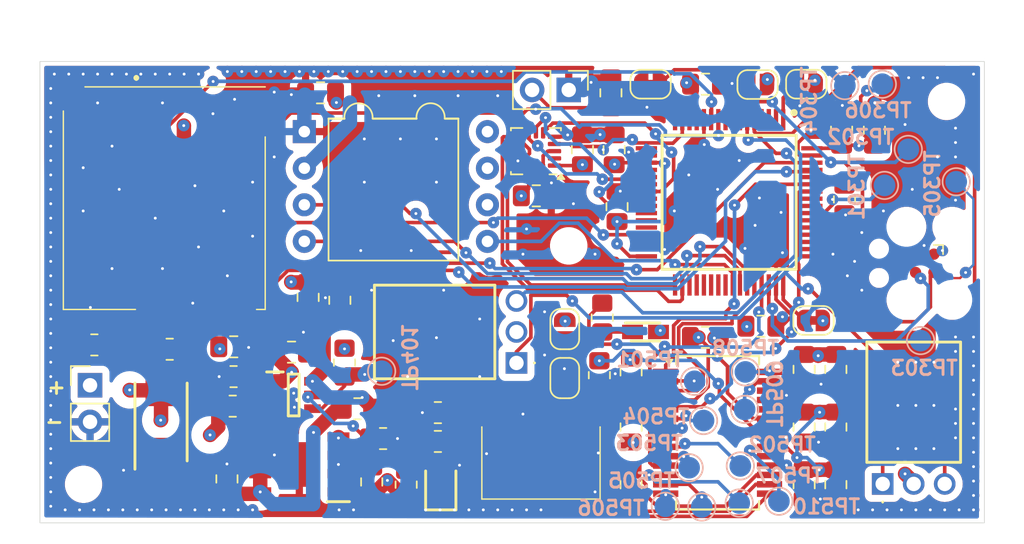
<source format=kicad_pcb>
(kicad_pcb (version 20240108) (generator "pcbnew") (generator_version "8.0")
  (layers (0 "F.Cu" signal) (1 "In1.Cu" power "GND.Cu") (2 "In2.Cu" power "PWR.Cu") (31 "B.Cu" signal) (34 "B.Paste" user) (35 "F.Paste" user) (36 "B.SilkS" user "B.Silkscreen") (37 "F.SilkS" user "F.Silkscreen") (38 "B.Mask" user) (39 "F.Mask" user) (44 "Edge.Cuts" user))
  (net 0 "")
  (net 1 "GND")
  (net 4 "/Airspeed Sheet/SDA")
  (net 5 "/Airspeed Sheet/INT")
  (net 6 "+3.3V")
  (net 8 "/Airspeed Sheet/SCL")
  (net 9 "Net-(J301-Pin_2)")
  (net 10 "Net-(D402-K)")
  (net 11 "+5V")
  (net 12 "Net-(IC402-OUT)")
  (net 13 "Net-(U501-3V3OUT)")
  (net 14 "Net-(D401-A)")
  (net 15 "VDD")
  (net 16 "Net-(D501-K)")
  (net 17 "Net-(D502-K)")
  (net 18 "Net-(J502-VBUS)")
  (net 22 "/MCU Sheet/~{nRST}")
  (net 25 "Net-(IC301-VDDUSB)")
  (net 30 "/Accelerometer.Sheet/INT_2")
  (net 32 "/MCU Sheet/MCU_RX")
  (net 33 "/Accelerometer.Sheet/MISO")
  (net 37 "/MCU Sheet/SWO")
  (net 40 "/Accelerometer.Sheet/SCLK")
  (net 41 "/MCU Sheet/SWDIO")
  (net 44 "/Accelerometer.Sheet/Angle_Indicator_1")
  (net 46 "/MCU Sheet/MCU_TX")
  (net 48 "/MCU Sheet/SWCLK")
  (net 52 "/MCU Sheet/MCU_CTS")
  (net 54 "/Accelerometer.Sheet/MOSI")
  (net 55 "/MCU Sheet/MCU_RTS")
  (net 58 "/Accelerometer.Sheet/INT_1")
  (net 59 "/Accelerometer.Sheet/~{CS}")
  (net 60 "Net-(IC301-VBAT)")
  (net 61 "/Accelerometer.Sheet/Angle_Indicator_2")
  (net 65 "Net-(IC301-PH3-BOOT0_(BOOT0))")
  (net 66 "Net-(IC402-ILIM)")
  (net 67 "Net-(IC402-~{FLAG})")
  (net 68 "Net-(IC402-EN)")
  (net 69 "Net-(J502-D+)")
  (net 70 "Net-(J502-D-)")
  (net 71 "Net-(J502-ID)")
  (net 72 "Net-(JP501-B)")
  (net 73 "Net-(U501-CBUS0)")
  (net 74 "Net-(U501-CBUS1)")
  (net 75 "Net-(U501-DTR)")
  (net 76 "Net-(U501-DCR)")
  (net 77 "Net-(U501-DCD)")
  (net 78 "Net-(U501-RI)")
  (net 79 "Net-(U501-CBUS2)")
  (net 80 "Net-(U501-CBUS3)")
  (net 81 "Net-(U501-CBUS4)")
  (net 82 "Net-(U501-OSCO)")
  (net 83 "Net-(U501-OSCI)")
  (net 84 "Net-(U501-~{RESET})")
  (net 89 "/MCU Sheet/SD_MISO")
  (net 90 "/MCU Sheet/SD_CLK")
  (net 93 "/MCU Sheet/CardDetect")
  (net 94 "Net-(J303-CARD_DETECT_1)")
  (net 95 "Net-(J303-CARD_DETECT_2)")
  (net 96 "/MCU Sheet/SD_NSS")
  (net 97 "/MCU Sheet/SD_MOSI")
  (footprint "MountingHole:MountingHole_2.2mm_M2" (layer "F.Cu") (at 55.725 43.235)
    (property "Reference" "H403" (hide yes))
    (property "Value" "MountingHole")
  )
  (footprint "Capacitor_SMD:C_0805_2012Metric_Pad1.18x1.45mm_HandSolder" (layer "F.Cu") (at 37.65 46.81 -90)
    (property "Reference" "C601" (hide yes))
    (property "Value" "100n")
  )
  (footprint "Jumper:SolderJumper-2_P1.3mm_Open_RoundedPad1.0x1.5mm" (layer "F.Cu") (at 68.825 32.035)
    (property "Reference" "JP304" (hide yes))
    (property "Value" "SolderJumper_2_Open")
  )
  (footprint "SamacSys_Parts:TM1000Q" (layer "F.Cu") (at 52.1 51.36 90)
    (property "Reference" "S201" (hide yes))
    (property "Value" "TM1000Q" (hide yes))
  )
  (footprint "Resistor_SMD:R_0805_2012Metric_Pad1.20x1.40mm_HandSolder" (layer "F.Cu") (at 58.05 48.21 -90)
    (property "Reference" "R503" (hide yes))
    (property "Value" "20")
  )
  (footprint "Capacitor_SMD:C_0805_2012Metric_Pad1.18x1.45mm_HandSolder" (layer "F.Cu") (at 59.075 40.51 90)
    (property "Reference" "C306" (hide yes))
    (property "Value" "100n")
  )
  (footprint "Capacitor_SMD:C_0805_2012Metric_Pad1.18x1.45mm_HandSolder" (layer "F.Cu") (at 58.65 32.61 90)
    (property "Reference" "C307" (hide yes))
    (property "Value" "0.1u")
  )
  (footprint "Capacitor_SMD:C_0805_2012Metric_Pad1.18x1.45mm_HandSolder" (layer "F.Cu") (at 65.2125 32.01)
    (property "Reference" "C303" (hide yes))
    (property "Value" "100n")
  )
  (footprint "SamacSys_Parts:21731573" (layer "F.Cu") (at 53.8 58.31)
    (property "Reference" "J502" (hide yes))
    (property "Value" "2173157-3" (hide yes))
  )
  (footprint "Resistor_SMD:R_0805_2012Metric_Pad1.20x1.40mm_HandSolder" (layer "F.Cu") (at 57.85 52.21 -90)
    (property "Reference" "R504" (hide yes))
    (property "Value" "56")
  )
  (footprint "Resistor_SMD:R_0805_2012Metric_Pad1.20x1.40mm_HandSolder" (layer "F.Cu") (at 32.42 54.36)
    (property "Reference" "R402" (hide yes))
    (property "Value" "10k")
  )
  (footprint "Connector:Tag-Connect_TC2030-IDC-FP_2x03_P1.27mm_Vertical" (layer "F.Cu") (at 79.78 44.445 180)
    (property "Reference" "J302" (hide yes))
    (property "Value" "Conn_01x06_Socket")
  )
  (footprint "Capacitor_SMD:C_0805_2012Metric_Pad1.18x1.45mm_HandSolder" (layer "F.Cu") (at 38.5125 32.61 180)
    (property "Reference" "C308" (hide yes))
    (property "Value" "1400n")
  )
  (footprint "Capacitor_SMD:C_0805_2012Metric_Pad1.18x1.45mm_HandSolder" (layer "F.Cu") (at 42.06 59.62 90)
    (property "Reference" "C401" (hide yes))
    (property "Value" "3.3u")
  )
  (footprint "Resistor_SMD:R_0805_2012Metric" (layer "F.Cu") (at 60.05 52.01 90)
    (property "Reference" "D502" (hide yes))
    (property "Value" "LED Orange")
  )
  (footprint "Connector_PinHeader_2.54mm:PinHeader_1x02_P2.54mm_Vertical" (layer "F.Cu") (at 22.525 52.91)
    (property "Reference" "J401" (hide yes))
    (property "Value" "Conn_01x02_Pin")
  )
  (footprint "Resistor_SMD:R_0805_2012Metric_Pad1.20x1.40mm_HandSolder" (layer "F.Cu") (at 74.85 40.01 90)
    (property "Reference" "R301" (hide yes))
    (property "Value" "10K")
  )
  (footprint "Resistor_SMD:R_0805_2012Metric_Pad1.20x1.40mm_HandSolder" (layer "F.Cu") (at 41.07 54.54)
    (property "Reference" "R405" (hide yes))
    (property "Value" "0")
  )
  (footprint "Capacitor_SMD:C_0805_2012Metric_Pad1.18x1.45mm_HandSolder" (layer "F.Cu") (at 58.875 36.56 90)
    (property "Reference" "C302" (hide yes))
    (property "Value" "100n")
  )
  (footprint "Capacitor_SMD:C_0805_2012Metric_Pad1.18x1.45mm_HandSolder" (layer "F.Cu") (at 72.05 51.81 -90)
    (property "Reference" "C504" (hide yes))
    (property "Value" "47p")
  )
  (footprint "Capacitor_SMD:C_0805_2012Metric_Pad1.18x1.45mm_HandSolder" (layer "F.Cu") (at 74.25 59.81 -90)
    (property "Reference" "C502" (hide yes))
    (property "Value" "47p")
  )
  (footprint "DynamicSoaring:ADXL372BCCZ-RL7" (layer "F.Cu") (at 53.45 36.66 180)
    (property "Reference" "U201" (hide yes))
    (property "Value" "ADXL372BCCZ-RL7")
  )
  (footprint "Jumper:SolderJumper-2_P1.3mm_Bridged_RoundedPad1.0x1.5mm" (layer "F.Cu") (at 72.7 48.41 180)
    (property "Reference" "JP302" (hide yes))
    (property "Value" "SolderJumper_2_Bridged")
  )
  (footprint "Capacitor_SMD:C_0805_2012Metric_Pad1.18x1.45mm_HandSolder" (layer "F.Cu") (at 56.675 36.56 90)
    (property "Reference" "C201" (hide yes))
    (property "Value" "0.1u")
  )
  (footprint "Resistor_SMD:R_0805_2012Metric_Pad1.20x1.40mm_HandSolder" (layer "F.Cu") (at 32.48 52.31 180)
    (property "Reference" "R403" (hide yes))
    (property "Value" "10k")
  )
  (footprint "Capacitor_SMD:C_0805_2012Metric_Pad1.18x1.45mm_HandSolder" (layer "F.Cu") (at 72.05 59.81 -90)
    (property "Reference" "C507" (hide yes))
    (property "Value" "10n")
  )
  (footprint "Package_SO:SSOP-28_5.3x10.2mm_P0.65mm" (layer "F.Cu") (at 66.05 56.21)
    (property "Reference" "U501" (hide yes))
    (property "Value" "FT232RL")
  )
  (footprint "MountingHole:MountingHole_2.2mm_M2" (layer "F.Cu") (at 22.075 59.785)
    (property "Reference" "H404" (hide yes))
    (property "Value" "MountingHole")
  )
  (footprint "Resistor_SMD:R_0805_2012Metric_Pad1.20x1.40mm_HandSolder" (layer "F.Cu") (at 40.175 51.335 90)
    (property "Reference" "R401" (hide yes))
    (property "Value" "10k")
  )
  (footprint "Jumper:SolderJumper-2_P1.3mm_Open_RoundedPad1.0x1.5mm" (layer "F.Cu") (at 55.45 52.41 -90)
    (property "Reference" "JP501" (hide yes))
    (property "Value" "SolderJumper_2_Open")
  )
  (footprint "Jumper:SolderJumper-2_P1.3mm_Open_RoundedPad1.0x1.5mm" (layer "F.Cu") (at 55.45 49.01 -90)
    (property "Reference" "JP502" (hide yes))
    (property "Value" "SolderJumper_2_Open")
  )
  (footprint "Capacitor_SMD:C_0805_2012Metric_Pad1.18x1.45mm_HandSolder" (layer "F.Cu") (at 72.05 55.81 -90)
    (property "Reference" "C506" (hide yes))
    (property "Value" "0.1u")
  )
  (footprint "Capacitor_SMD:C_0805_2012Metric_Pad1.18x1.45mm_HandSolder" (layer "F.Cu") (at 76.925 35.21 90)
    (property "Reference" "C305" (hide yes))
    (property "Value" "100n")
  )
  (footprint "Capacitor_SMD:C_0805_2012Metric_Pad1.18x1.45mm_HandSolder" (layer "F.Cu") (at 65.2 49.585)
    (property "Reference" "C508" (hide yes))
    (property "Value" "0.1u")
  )
  (footprint "Capacitor_SMD:C_0805_2012Metric_Pad1.18x1.45mm_HandSolder" (layer "F.Cu") (at 60.05 59.81 90)
    (property "Reference" "C505" (hide yes))
    (property "Value" "0.1u")
  )
  (footprint "SamacSys_Parts:LEDM2012X100N" (layer "F.Cu") (at 61.05 49.21)
    (property "Reference" "D501" (hide yes))
    (property "Value" "LED BLAU" (hide yes))
  )
  (footprint "Capacitor_SMD:C_0805_2012Metric_Pad1.18x1.45mm_HandSolder" (layer "F.Cu") (at 53.475 39.76)
    (property "Reference" "C202" (hide yes))
    (property "Value" "0.1u")
  )
  (footprint "Jumper:SolderJumper-2_P1.3mm_Bridged_RoundedPad1.0x1.5mm" (layer "F.Cu") (at 61.4 32.01)
    (property "Reference" "JP303" (hide yes))
    (property "Value" "SolderJumper_2_Bridged")
  )
  (footprint "Capacitor_SMD:C_0805_2012Metric_Pad1.18x1.45mm_HandSolder" (layer "F.Cu") (at 32.02 59.41 90)
    (property "Reference" "C402" (hide yes))
    (property "Value" "3.3u")
  )
  (footprint "Resistor_SMD:R_0805_2012Metric_Pad1.20x1.40mm_HandSolder" (layer "F.Cu") (at 22.825 50.11 180)
    (property "Reference" "R303" (hide yes))
    (property "Value" "0")
  )
  (footprint "Capacitor_SMD:C_0805_2012Metric_Pad1.18x1.45mm_HandSolder" (layer "F.Cu") (at 36.5 50.61)
    (property "Reference" "C403" (hide yes))
    (property "Value" "10u")
  )
  (footprint "SamacSys_Parts:LEDC2012X80N" (layer "F.Cu") (at 46.85 59.81 90)
    (property "Reference" "D401" (hide yes))
    (property "Value" "LED" (hide yes))
  )
  (footprint "SamacSys_Parts:MEM20610118800A" (layer "F.Cu") (at 33.435 36.6975 180)
    (property "Reference" "J303" (hide yes))
    (property "Value" "MEM2061-01-188-00-A" (hide yes))
  )
  (footprint "Capacitor_SMD:C_0805_2012Metric_Pad1.18x1.45mm_HandSolder" (layer "F.Cu") (at 60.05 55.81 -90)
    (property "Reference" "FB501" (hide yes))
    (property "Value" "FerriteBead")
  )
  (footprint "Connector_PinHeader_2.54mm:PinHeader_1x02_P2.54mm_Vertical" (layer "F.Cu") (at 55.725 32.41 -90)
    (property "Reference" "J301" (hide yes))
    (property "Value" "ResertConnector")
  )
  (footprint "Resistor_SMD:R_0805_2012Metric_Pad1.20x1.40mm_HandSolder" (layer "F.Cu") (at 46.65 56.81)
    (property "Reference" "R502" (hide yes))
    (property "Value" "DO NOT CONNECT")
  )
  (footprint "Resistor_SMD:R_0805_2012Metric_Pad1.20x1.40mm_HandSolder" (layer "F.Cu") (at 46.65 54.81 180)
    (property "Reference" "R501" (hide yes))
    (property "Value" "0")
  )
  (footprint "Capacitor_SMD:C_0805_2012Metric_Pad1.18x1.45mm_HandSolder" (layer "F.Cu") (at 69.05 48.81)
    (property "Reference" "C301" (hide yes))
    (property "Value" "100n")
  )
  (footprint "Capacitor_SMD:C_0805_2012Metric_Pad1.18x1.45mm_HandSolder" (layer "F.Cu") (at 32.49 50.24)
    (property "Reference" "C404" (hide yes))
    (property "Value" "0.1u")
  )
  (footprint "Capacitor_SMD:C_0805_2012Metric_Pad1.18x1.45mm_HandSolder" (layer "F.Cu") (at 74.25 55.81 -90)
    (property "Reference" "C501" (hide yes))
    (property "Value" "4.7u")
  )
  (footprint "DynamicSoaring:4525DO-DS5AI015DP" (layer "F.Cu") (at 51.1675 34.152502 180)
    (property "Reference" "Air601" (hide yes))
    (property "Value" "4525DO-DS5AI015DP")
  )
  (footprint "SamacSys_Parts:TM1000Q" (layer "F.Cu") (at 77.5 59.76)
    (property "Reference" "S202" (hide yes))
    (property "Value" "TM1000Q" (hide yes))
  )
  (footprint "SamacSys_Parts:QFP50P1200X1200X160-64N" (layer "F.Cu") (at 66.85 40.21 -90)
    (property "Reference" "IC301" (hide yes))
    (property "Value" "STM32L452RET6" (hide yes))
  )
  (footprint "Capacitor_SMD:C_0805_2012Metric_Pad1.18x1.45mm_HandSolder" (layer "F.Cu") (at 39.85 47.01 -90)
    (property "Reference" "C405" (hide yes))
    (property "Value" "NC")
  )
  (footprint "Capacitor_SMD:C_0805_2012Metric_Pad1.18x1.45mm_HandSolder" (layer "F.Cu") (at 74.25 51.81 -90)
    (property "Reference" "C503" (hide yes))
    (property "Value" "47p")
  )
  (footprint "Resistor_SMD:R_0805_2012Metric_Pad1.20x1.40mm_HandSolder" (layer "F.Cu") (at 42.85 56.61)
    (property "Reference" "R404" (hide yes))
    (property "Value" "52.3k 1%ACC")
  )
  (footprint "Resistor_SMD:R_0805_2012Metric_Pad1.20x1.40mm_HandSolder" (layer "F.Cu") (at 44.45 59.81 90)
    (property "Reference" "R406" (hide yes))
    (property "Value" "68")
  )
  (footprint "MountingHole:MountingHole_2.2mm_M2" (layer "F.Cu") (at 81.925 33.21)
    (property "Reference" "H401" (hide yes))
    (property "Value" "MountingHole")
  )
  (footprint "SamacSys_Parts:SOT95P280X100-6N" (layer "F.Cu") (at 36.65 53.585)
    (property "Reference" "IC402" (hide yes))
    (property "Value" "MP62550DJ-LF-Z" (hide yes))
  )
  (footprint "Jumper:SolderJumper-2_P1.3mm_Bridged_RoundedPad1.0x1.5mm" (layer "F.Cu") (at 72.200001 32.01 180)
    (property "Reference" "JP301" (hide yes))
    (property "Value" "SolderJumper_2_Bridged")
  )
  (footprint "Resistor_SMD:R_0805_2012Metric_Pad1.20x1.40mm_HandSolder" (layer "F.Cu") (at 28.05 50.41 180)
    (property "Reference" "R302" (hide yes))
    (property "Value" "0")
  )
  (footprint "SamacSys_Parts:SOIC127P600X170-9N" (layer "F.Cu") (at 37.04 58.41 180)
    (property "Reference" "IC401" (hide yes))
    (property "Value" "TPS7B8633QDDARQ1" (hide yes))
  )
  (footprint "Capacitor_SMD:C_0805_2012Metric_Pad1.18x1.45mm_HandSolder" (layer "F.Cu") (at 74.65 35.21 90)
    (property "Reference" "C304" (hide yes))
    (property "Value" "100n")
  )
  (footprint "SamacSys_Parts:DIOM5436X330N" (layer "F.Cu") (at 27.45 55.46 90)
    (property "Reference" "D402" (hide yes))
    (property "Value" "LSM115JE3_TR13" (hide yes))
  )
  (footprint "TestPoint:TestPoint_Pad_D1.5mm" (layer "B.Cu") (at 67.55 61.085 180)
    (property "Reference" "TP507")
    (property "Value" "TestPoint")
  )
  (footprint "TestPoint:TestPoint_Pad_D1.5mm" (layer "B.Cu") (at 77.475 32.01 -90)
    (property "Reference" "TP306")
    (property "Value" "3.3V")
  )
  (footprint "TestPoint:TestPoint_Pad_D1.5mm" (layer "B.Cu") (at 65.075 55.36 180)
    (property "Reference" "TP504")
    (property "Value" "TestPoint")
  )
  (footprint "TestPoint:TestPoint_Pad_D1.5mm" (layer "B.Cu") (at 67.925 54.585 180)
    (property "Reference" "TP509")
    (property "Value" "TestPoint")
  )
  (footprint "TestPoint:TestPoint_Pad_D1.5mm" (layer "B.Cu") (at 64.45 52.635 180)
    (property "Reference" "TP501")
    (property "Value" "TestPoint")
  )
  (footprint "TestPoint:TestPoint_Pad_D1.5mm" (layer "B.Cu") (at 62.425 61.31 180)
    (property "Reference" "TP506")
    (property "Value" "TestPoint")
  )
  (footprint "TestPoint:TestPoint_Pad_D1.5mm" (layer "B.Cu") (at 82.6 38.785 -90)
    (property "Reference" "TP305")
    (property "Value" "SWCLK")
  )
  (footprint "TestPoint:TestPoint_Pad_D1.5mm" (layer "B.Cu") (at 80.125 49.81 -90)
    (property "Reference" "TP303")
    (property "Value" "SWDIO")
  )
  (footprint "TestPoint:TestPoint_Pad_D1.5mm" (layer "B.Cu") (at 70.3 60.96 180)
    (property "Reference" "TP510")
    (property "Value" "TestPoint")
  )
  (footprint "TestPoint:TestPoint_Pad_D1.5mm" (layer "B.Cu") (at 64.95 61.36 180)
    (property "Reference" "TP505")
    (property "Value" "TestPoint")
  )
  (footprint "TestPoint:TestPoint_Pad_D1.5mm" (layer "B.Cu") (at 74.875 32.11 -90)
    (property "Reference" "TP304")
    (property "Value" "GND")
  )
  (footprint "TestPoint:TestPoint_Pad_D1.5mm" (layer "B.Cu") (at 67.625 58.51 180)
    (property "Reference" "TP502")
    (property "Value" "TestPoint")
  )
  (footprint "TestPoint:TestPoint_Pad_D1.5mm" (layer "B.Cu") (at 77.625 39.035 -90)
    (property "Reference" "TP301")
    (property "Value" "SWO")
  )
  (footprint "TestPoint:TestPoint_Pad_D1.5mm" (layer "B.Cu") (at 67.975 51.985 180)
    (property "Reference" "TP508")
    (property "Value" "TestPoint")
  )
  (footprint "TestPoint:TestPoint_Pad_D1.5mm" (layer "B.Cu") (at 79.275 36.535 -90)
    (property "Reference" "TP302")
    (property "Value" "~{nRST}")
  )
  (footprint "TestPoint:TestPoint_Pad_D1.5mm" (layer "B.Cu") (at 42.75 51.935 180)
    (property "Reference" "TP401")
    (property "Value" "TestPoint")
  )
  (footprint "TestPoint:TestPoint_Pad_D1.5mm" (layer "B.Cu") (at 64.075 58.635 180)
    (property "Reference" "TP503")
    (property "Value" "TestPoint")
  )
  (gr_rect (start 19.049998 30.435) (end 84.549998 62.46) (stroke (width 0.05)) (fill none) (layer "Edge.Cuts"))
  (gr_text "+" (at 19.45 53.61 0) (layer "F.SilkS") (effects (font (size 1 1) (thickness 0.2)) (justify left bottom)))
  (gr_text "-" (at 19.3 56.01 0) (layer "F.SilkS") (effects (font (size 1 1) (thickness 0.2)) (justify left bottom)))
  (segment (start 72.05 56.8475) (end 73.0375 56.8475) (width 1) (layer "F.Cu") (net 1))
  (segment (start 37.5375 50.61) (end 37.5375 49.438806) (width 1) (layer "F.Cu") (net 1))
  (segment (start 74.65 33.535) (end 74.7 33.485) (width 1) (layer "F.Cu") (net 1))
  (segment (start 70.5 53.285) (end 70.825 53.61) (width 0.25) (layer "F.Cu") (net 1))
  (segment (start 52.1625 36.16) (end 52.624999 36.16) (width 0.25) (layer "F.Cu") (net 1))
  (segment (start 39.8275 58.5825) (end 39.775 58.635) (width 1) (layer "F.Cu") (net 1))
  (segment (start 69.65 58.485) (end 70.8 58.485) (width 0.25) (layer "F.Cu") (net 1))
  (segment (start 57.175 58.21) (end 57.775 57.61) (width 1) (layer "F.Cu") (net 1))
  (segment (start 59.2625 39.4725) (end 59.3 39.435) (width 0.25) (layer "F.Cu") (net 1))
  (segment (start 56.875 56.26) (end 56.875 56.71) (width 1) (layer "F.Cu") (net 1))
  (segment (start 53 36.535001) (end 53 36.8225) (width 0.25) (layer "F.Cu") (net 1))
  (segment (start 56.5375 35.66) (end 56.675 35.5225) (width 0.25) (layer "F.Cu") (net 1))
  (segment (start 42.06 58.5825) (end 39.8275 58.5825) (width 1) (layer "F.Cu") (net 1))
  (segment (start 54.5125 38.8725) (end 54.525 38.86) (width 1) (layer "F.Cu") (net 1))
  (segment (start 34.328 56.763) (end 35.3125 57.7475) (width 1) (layer "F.Cu") (net 1))
  (segment (start 70.5 48.81) (end 71.227513 48.082487) (width 0.25) (layer "F.Cu") (net 1))
  (segment (start 76.925 34.1725) (end 76.925 33.335) (width 1) (layer "F.Cu") (net 1))
  (segment (start 71.6255 36.835) (end 71.6255 36.0845) (width 0.25) (layer "F.Cu") (net 1))
  (segment (start 73.2125 52.8475) (end 73.225 52.835) (width 1) (layer "F.Cu") (net 1))
  (segment (start 65.875 49.585) (end 65.825 49.635) (width 1) (layer "F.Cu") (net 1))
  (segment (start 57.9125 35.5225) (end 57.9 35.51) (width 1) (layer "F.Cu") (net 1))
  (segment (start 61.112 43.46) (end 60.401865 43.46) (width 0.25) (layer "F.Cu") (net 1))
  (segment (start 74.25 60.8475) (end 73.2125 60.8475) (width 1) (layer "F.Cu") (net 1))
  (segment (start 33.5275 50.24) (end 33.5275 50.2825) (width 1) (layer "F.Cu") (net 1))
  (segment (start 37.65 47.8475) (end 37.8375 47.8475) (width 1) (layer "F.Cu") (net 1))
  (segment (start 73.0625 56.8475) (end 73.05 56.86) (width 1) (layer "F.Cu") (net 1))
  (segment (start 37.04 58.41) (end 35.975 58.41) (width 1) (layer "F.Cu") (net 1))
  (segment (start 45.65 54.81) (end 45.575 54.81) (width 1) (layer "F.Cu") (net 1))
  (segment (start 37.65 48.901306) (end 37.325 49.226306) (width 1) (layer "F.Cu") (net 1))
  (segment (start 50.575 58.21) (end 50.025 57.66) (width 1) (layer "F.Cu") (net 1))
  (segment (start 42.06 58.5825) (end 42.0275 58.5825) (width 1) (layer "F.Cu") (net 1))
  (segment (start 31.48 52.31) (end 31.5 52.31) (width 1) (layer "F.Cu") (net 1))
  (segment (start 63.588391 55.885) (end 63.588392 55.884999) (width 0.25) (layer "F.Cu") (net 1))
  (segment (start 66.1875 31.96) (end 67.05 31.96) (width 1) (layer "F.Cu") (net 1))
  (segment (start 71.7505 36.96) (end 71.6255 36.835) (width 0.25) (layer "F.Cu") (net 1))
  (segment (start 60.401865 43.46) (end 62.35 43.46) (width 0.25) (layer "F.Cu") (net 1))
  (segment (start 50.725 56.26) (end 50.725 56.96) (width 1) (layer "F.Cu") (net 1))
  (segment (start 69.65 53.935) (end 70.5 53.935) (width 0.25) (layer "F.Cu") (net 1))
  (segment (start 61.112 36.96) (end 60.117572 36.96) (width 0.25) (layer "F.Cu") (net 1))
  (segment (start 79.78 43.796686) (end 80.370214 43.206472) (width 0.25) (layer "F.Cu") (net 1))
  (segment (start 76.925 33.335) (end 76.95 33.31) (width 1) (layer "F.Cu") (net 1))
  (segment (start 73.2125 60.8475) (end 73.175 60.81) (width 1) (layer "F.Cu") (net 1))
  (segment (start 60.05 60.8475) (end 57.775 58.5725) (width 0.25) (layer "F.Cu") (net 1))
  (segment (start 62.45 55.885) (end 63.588391 55.885) (width 0.25) (layer "F.Cu") (net 1))
  (segment (start 35.85 53.435) (end 36.625 53.435) (width 0.25) (layer "F.Cu") (net 1))
  (segment (start 52.1625 37.2975) (end 52.2 37.335) (width 0.25) (layer "F.Cu") (net 1))
  (segment (start 74.25 56.8475) (end 73.0625 56.8475) (width 1) (layer "F.Cu") (net 1))
  (segment (start 52.1625 37.66) (end 52.1625 37.3725) (width 0.25) (layer "F.Cu") (net 1))
  (segment (start 70.1 46.954974) (end 71.227513 48.082487) (width 0.25) (layer "F.Cu") (net 1))
  (segment (start 65.1 36.177163) (end 65.125 36.202163) (width 0.25) (layer "F.Cu") (net 1))
  (segment (start 57.8875 35.5225) (end 57.9 35.51) (width 1) (layer "F.Cu") (net 1))
  (segment (start 74.65 34.1725) (end 74.65 33.535) (width 1) (layer "F.Cu") (net 1))
  (segment (start 31.5 52.31) (end 31.525 52.285) (width 1) (layer "F.Cu") (net 1))
  (segment (start 62.35 43.46) (end 62.375 43.485) (width 0.25) (layer "F.Cu") (net 1))
  (segment (start 73.2375 52.8475) (end 73.225 52.835) (width 1) (layer "F.Cu") (net 1))
  (segment (start 42.0275 58.5825) (end 42 58.61) (width 1) (layer "F.Cu") (net 1))
  (segment (start 53.95 38.285) (end 54.525 38.86) (width 0.25) (layer "F.Cu") (net 1))
  (segment (start 52.1625 37.16) (end 52.1625 37.2975) (width 0.25) (layer "F.Cu") (net 1))
  (segment (start 39.752 56.505) (end 39.752 56.571937) (width 1) (layer "F.Cu") (net 1))
  (segment (start 58.2375 31.985) (end 58.65 31.5725) (width 0.25) (layer "F.Cu") (net 1))
  (segment (start 52.4875 37.335) (end 52.2 37.335) (width 0.25) (layer "F.Cu") (net 1))
  (segment (start 35.975 58.41) (end 35.4 57.835) (width 1) (layer "F.Cu") (net 1))
  (segment (start 32.6175 57.775) (end 32.02 58.3725) (width 1) (layer "F.Cu") (net 1))
  (segment (start 51.725 58.21) (end 50.575 58.21) (width 1) (layer "F.Cu") (net 1))
  (segment (start 55.45 51.76) (end 55.425 51.76) (width 0.25) (layer "F.Cu") (net 1))
  (segment (start 48.15 59.91) (end 48.15 58.46) (width 1) (layer "F.Cu") (net 1))
  (segment (start 72.05 60.8475) (end 73.1375 60.8475) (width 1) (layer "F.Cu") (net 1))
  (segment (start 54.275001 36.66) (end 53.95 36.985001) (width 0.25) (layer "F.Cu") (net 1))
  (segment (start 33.5275 50.2825) (end 33.525 50.285) (width 1) (layer "F.Cu") (net 1))
  (segment (start 56.875 56.71) (end 57.775 57.61) (width 1) (layer "F.Cu") (net 1))
  (segment (start 69.65 53.285) (end 70.5 53.285) (width 0.25) (layer "F.Cu") (net 1))
  (segment (start 54.7375 35.66) (end 55.526277 35.66) (width 0.25) (layer "F.Cu") (net 1))
  (segment (start 55.526277 35.66) (end 55.651277 35.535) (width 0.25) (layer "F.Cu") (net 1))
  (segment (start 58.3375 31.885) (end 58.65 31.5725) (width 1) (layer "F.Cu") (net 1))
  (segment (start 35.34 57.775) (end 35.4 57.835) (width 1) (layer "F.Cu") (net 1))
  (segment (start 58.875 35.5225) (end 57.9125 35.5225) (width 1) (layer "F.Cu") (net 1))
  (segment (start 55.875 58.21) (end 57.175 58.21) (width 1) (layer "F.Cu") (net 1))
  (segment (start 37.8375 47.8475) (end 38.85 46.835) (width 1) (layer "F.Cu") (net 1))
  (segment (start 43.75 56.61) (end 43.725 56.635) (width 1) (layer "F.Cu") (net 1))
  (segment (start 70.0875 48.81) (end 70.0875 48.6225) (width 0.25) (layer "F.Cu") (net 1))
  (segment (start 74.25 52.8475) (end 73.2375 52.8475) (width 1) (layer "F.Cu") (net 1))
  (segment (start 47.3 60.76) (end 48.15 59.91) (width 1) (layer "F.Cu") (net 1))
  (segment (start 70.8 58.485) (end 70.825 58.46) (width 0.25) (layer "F.Cu") (net 1))
  (segment (start 37.35 32.735) (end 37.475 32.61) (width 1) (layer "F.Cu") (net 1))
  (segment (start 34.328 57.775) (end 32.6175 57.775) (width 1) (layer "F.Cu") (net 1))
  (segment (start 39.85 45.9725) (end 39.7125 45.9725) (width 1) (layer "F.Cu") (net 1))
  (segment (start 53 36.8225) (end 52.4875 37.335) (width 0.25) (layer "F.Cu") (net 1))
  (segment (start 54.5125 39.76) (end 54.5125 38.8725) (width 1) (layer "F.Cu") (net 1))
  (segment (start 59.075 39.4725) (end 59.2625 39.4725) (width 0.25) (layer "F.Cu") (net 1))
  (segment (start 43.85 56.61) (end 43.75 56.61) (width 1) (layer "F.Cu") (net 1))
  (segment (start 34.328 56.505) (end 34.328 56.763) (width 1) (layer "F.Cu") (net 1))
  (segment (start 69.65 56.535) (end 70.788391 56.535) (width 0.25) (layer "F.Cu") (net 1))
  (segment (start 70.0875 48.81) (end 70.5 48.81) (width 0.25) (layer "F.Cu") (net 1))
  (segment (start 52.624999 36.16) (end 53 36.535001) (width 0.25) (layer "F.Cu") (net 1))
  (segment (start 37.5375 49.438806) (end 37.325 49.226306) (width 1) (layer "F.Cu") (net 1))
  (segment (start 57.275 31.885) (end 58.3375 31.885) (width 1) (layer "F.Cu") (net 1))
  (segment (start 35.825 53.785) (end 36.075 54.035) (width 0.25) (layer "F.Cu") (net 1))
  (segment (start 70.0875 48.6225) (end 70.55 48.16) (width 0.25) (layer "F.Cu") (net 1))
  (segment (start 36.3 54.035) (end 36.7 54.435) (width 0.25) (layer "F.Cu") (net 1))
  (segment (start 52.5 54.96) (end 52.55 54.91) (width 0.25) (layer "F.Cu") (net 1))
  (segment (start 39.752 58.41) (end 39.752 58.612) (width 1) (layer "F.Cu") (net 1))
  (segment (start 36.625 53.435) (end 36.65 53.46) (width 0.25) (layer "F.Cu") (net 1))
  (segment (start 39.752 58.658) (end 39.775 58.635) (width 1) (layer "F.Cu") (net 1))
  (segment (start 39.7125 45.9725) (end 38.85 46.835) (width 1) (layer "F.Cu") (net 1))
  (segment (start 53.95 36.985001) (end 53.95 37.935) (width 0.25) (layer "F.Cu") (net 1))
  (segment (start 57.775 58.5725) (end 57.775 57.61) (width 0.25) (layer "F.Cu") (net 1))
  (segment (start 56.675 35.5225) (end 57.8875 35.5225) (width 1) (layer "F.Cu") (net 1))
  (segment (start 79.78 43.81) (end 79.78 43.796686) (width 0.25) (layer "F.Cu") (net 1))
  (segment (start 70.1 45.948) (end 70.1 46.954974) (width 0.25) (layer "F.Cu") (net 1))
  (segment (start 34.328 57.775) (end 35.34 57.775) (width 1) (layer "F.Cu") (net 1))
  (segment (start 73.0375 56.8475) (end 73.05 56.86) (width 1) (layer "F.Cu") (net 1))
  (segment (start 72.588 36.96) (end 71.7505 36.96) (width 0.25) (layer "F.Cu") (net 1))
  (segment (start 39.752 59.045) (end 39.752 58.658) (width 1) (layer "F.Cu") (net 1))
  (segment (start 52.1625 37.3725) (end 52.2 37.335) (width 0.25) (layer "F.Cu") (net 1))
  (segment (start 35.3125 57.7475) (end 35.4 57.835) (width 1) (layer "F.Cu") (net 1))
  (segment (start 36.075 54.035) (end 36.3 54.035) (width 0.25) (layer "F.Cu") (net 1))
  (segment (start 37.65 47.8475) (end 37.65 48.901306) (width 1) (layer "F.Cu") (net 1))
  (segment (start 60.117572 36.96) (end 59.881387 36.723815) (width 0.25) (layer "F.Cu") (net 1))
  (segment (start 36.4875 32.735) (end 37.35 32.735) (width 1) (layer "F.Cu") (net 1))
  (segment (start 73.1375 60.8475) (end 73.175 60.81) (width 1) (layer "F.Cu") (net 1))
  (segment (start 70.5 53.935) (end 70.825 53.61) (width 0.25) (layer "F.Cu") (net 1))
  (segment (start 70.788391 56.535) (end 70.788392 56.535001) (width 0.25) (layer "F.Cu") (net 1))
  (segment (start 65.1 34.472) (end 65.1 36.177163) (width 0.25) (layer "F.Cu") (net 1))
  (segment (start 54.7375 36.66) (end 54.275001 36.66) (width 0.25) (layer "F.Cu") (net 1))
  (segment (start 46.85 60.76) (end 46.825 60.76) (width 1) (layer "F.Cu") (net 1))
  (segment (start 66.2375 49.585) (end 65.875 49.585) (width 1) (layer "F.Cu") (net 1))
  (segment (start 39.752 56.571937) (end 39.738937 56.585) (width 1) (layer "F.Cu") (net 1))
  (segment (start 33.525 50.285) (end 33.375 50.435) (width 1) (layer "F.Cu") (net 1))
  (segment (start 72.05 52.8475) (end 73.2125 52.8475) (width 1) (layer "F.Cu") (net 1))
  (segment (start 53.95 37.935) (end 53.95 38.285) (width 0.25) (layer "F.Cu") (net 1))
  (segment (start 39.752 57.775) (end 39.752 58.41) (width 1) (layer "F.Cu") (net 1))
  (segment (start 46.85 60.76) (end 47.3 60.76) (width 1) (layer "F.Cu") (net 1))
  (segment (start 74.85 41.01) (end 74.925 41.085) (width 0.25) (layer "F.Cu") (net 1))
  (segment (start 69.682118 53.317118) (end 69.65 53.285) (width 0.25) (layer "F.Cu") (net 1))
  (segment (start 71.6255 36.0845) (end 72.529442 35.180558) (width 0.25) (layer "F.Cu") (net 1))
  (segment (start 52.5 56.26) (end 52.5 54.96) (width 0.25) (layer "F.Cu") (net 1))
  (segment (start 50.725 56.96) (end 50.025 57.66) (width 1) (layer "F.Cu") (net 1))
  (segment (start 39.752 58.612) (end 39.775 58.635) (width 1) (layer "F.Cu") (net 1))
  (via (at 81.05 54.31) (size 0.8) (drill 0.2) (layers "F.Cu" "B.Cu") (net 1))
  (via (at 83.8 52.56) (size 0.8) (drill 0.2) (layers "F.Cu" "B.Cu") (net 1))
  (via (at 19.8 48.31) (size 0.8) (drill 0.2) (layers "F.Cu" "B.Cu") (net 1))
  (via (at 78.8 61.56) (size 0.8) (drill 0.2) (layers "F.Cu" "B.Cu") (net 1))
  (via (at 20.05 31.31) (size 0.8) (drill 0.2) (layers "F.Cu" "B.Cu") (net 1))
  (via (at 33.8 42.56) (size 0.8) (drill 0.2) (layers "F.Cu" "B.Cu") (net 1))
  (via (at 61.15 33.61) (size 0.8) (drill 0.2) (layers "F.Cu" "B.Cu") (net 1))
  (via (at 82.55 49.56) (size 0.8) (drill 0.2) (layers "F.Cu" "B.Cu") (net 1))
  (via (at 59.881387 36.723815) (size 0.8) (drill 0.2) (layers "F.Cu" "B.Cu") (net 1))
  (via (at 57.775 57.61) (size 0.8) (drill 0.2) (layers "F.Cu" "B.Cu") (net 1))
  (via (at 45.05 32.81) (size 0.8) (drill 0.2) (layers "F.Cu" "B.Cu") (net 1))
  (via (at 29.65 47.21) (size 0.8) (drill 0.2) (layers "F.Cu" "B.Cu") (net 1))
  (via (at 32.8 61.56) (size 0.8) (drill 0.2) (layers "F.Cu" "B.Cu") (net 1))
  (via (at 19.8 33.31) (size 0.8) (drill 0.2) (layers "F.Cu" "B.Cu") (net 1))
  (via (at 70.55 48.16) (size 0.8) (drill 0.2) (layers "F.Cu" "B.Cu") (net 1))
  (via (at 54.525 38.86) (size 0.8) (drill 0.2) (layers "F.Cu" "B.Cu") (net 1))
  (via (at 19.8 59.31) (size 0.8) (drill 0.2) (layers "F.Cu" "B.Cu") (net 1))
  (via (at 74.05 43.81) (size 0.8) (drill 0.2) (layers "F.Cu" "B.Cu") (net 1))
  (via (at 78.55 51.31) (size 0.8) (drill 0.2) (layers "F.Cu" "B.Cu") (net 1))
  (via (at 41.55 38.81) (size 0.8) (drill 0.2) (layers "F.Cu" "B.Cu") (net 1))
  (via (at 31.05 34.06) (size 0.8) (drill 0.2) (layers "F.Cu" "B.Cu") (net 1))
  (via (at 33.8 38.81) (size 0.8) (drill 0.2) (layers "F.Cu" "B.Cu") (net 1))
  (via (at 44.8 43.56) (size 0.8) (drill 0.2) (layers "F.Cu" "B.Cu") (net 1))
  (via (at 43.55 49.81) (size 0.8) (drill 0.2) (layers "F.Cu" "B.Cu") (net 1))
  (via (at 70.45 40.91) (size 0.8) (drill 0.2) (layers "F.Cu" "B.Cu") (net 1))
  (via (at 46.8 61.56) (size 0.8) (drill 0.2) (layers "F.Cu" "B.Cu") (net 1))
  (via (at 40.8 61.56) (size 0.8) (drill 0.2) (layers "F.Cu" "B.Cu") (net 1))
  (via (at 19.8 45.31) (size 0.8) (drill 0.2) (layers "F.Cu" "B.Cu") (net 1))
  (via (at 49.55 48.31) (size 0.8) (drill 0.2) (layers "F.Cu" "B.Cu") (net 1))
  (via (at 57.55 60.31) (size 0.8) (drill 0.2) (layers "F.Cu" "B.Cu") (net 1))
  (via (at 76.95 33.31) (size 0.8) (drill 0.2) (layers "F.Cu" "B.Cu") (net 1))
  (via (at 82.55 56.56) (size 0.8) (drill 0.2) (layers "F.Cu" "B.Cu") (net 1))
  (via (at 42.55 32.81) (size 0.8) (drill 0.2) (layers "F.Cu" "B.Cu") (net 1))
  (via (at 19.8 40.31) (size 0.8) (drill 0.2) (layers "F.Cu" "B.Cu") (net 1))
  (via (at 75.05 45.31) (size 0.8) (drill 0.2) (layers "F.Cu" "B.Cu") (net 1))
  (via (at 46.55 35.81) (size 0.8) (drill 0.2) (layers "F.Cu" "B.Cu") (net 1))
  (via (at 46.05 31.135) (size 0.8) (drill 0.2) (layers "F.Cu" "B.Cu") (net 1))
  (via (at 68.65 41.81) (size 0.8) (drill 0.2) (layers "F.Cu" "B.Cu") (net 1))
  (via (at 62.375 43.485) (size 0.8) (drill 0.2) (layers "F.Cu" "B.Cu") (net 1))
  (via (at 47.05 46.31) (size 0.8) (drill 0.2) (layers "F.Cu" "B.Cu") (net 1))
  (via (at 41.3 43.56) (size 0.8) (drill 0.2) (layers "F.Cu" "B.Cu") (net 1))
  (via (at 29.05 31.31) (size 0.8) (drill 0.2) (layers "F.Cu" "B.Cu") (net 1))
  (via (at 45.575 54.81) (size 0.8) (drill 0.2) (layers "F.Cu" "B.Cu") (net 1))
  (via (at 29.8 39.06) (size 0.8) (drill 0.2) (layers "F.Cu" "B.Cu") (net 1))
  (via (at 77.55 40.81) (size 0.8) (drill 0.2) (layers "F.Cu" "B.Cu") (net 1))
  (via (at 78.55 57.31) (size 0.8) (drill 0.2) (layers "F.Cu" "B.Cu") (net 1))
  (via (at 32.55 33.06) (size 0.8) (drill 0.2) (layers "F.Cu" "B.Cu") (net 1))
  (via (at 25.8 61.56) (size 0.8) (drill 0.2) (layers "F.Cu" "B.Cu") (net 1))
  (via (at 75.55 44.31) (size 0.8) (drill 0.2) (layers "F.Cu" "B.Cu") (net 1))
  (via (at 19.8 60.31) (size 0.8) (drill 0.2) (layers "F.Cu" "B.Cu") (net 1))
  (via (at 55.425 51.76) (size 0.8) (drill 0.2) (layers "F.Cu" "B.Cu") (net 1))
  (via (at 68.95 39.91) (size 0.8) (drill 0.2) (layers "F.Cu" "B.Cu") (net 1))
  (via (at 48.8 61.56) (size 0.8) (drill 0.2) (layers "F.Cu" "B.Cu") (net 1))
  (via (at 30.05 43.31) (size 0.8) (drill 0.2) (layers "F.Cu" "B.Cu") (net 1))
  (via (at 43.85 56.61) (size 0.8) (drill 0.2) (layers "F.Cu" "B.Cu") (net 1))
  (via (at 19.8 50.31) (size 0.8) (drill 0.2) (layers "F.Cu" "B.Cu") (net 1))
  (via (at 19.8 57.31) (size 0.8) (drill 0.2) (layers "F.Cu" "B.Cu") (net 1))
  (via (at 22.55 47.51) (size 0.8) (drill 0.2) (layers "F.Cu" "B.Cu") (net 1))
  (via (at 46.55 38.81) (size 0.8) (drill 0.2) (layers "F.Cu" "B.Cu") (net 1))
  (via (at 83.8 56.56) (size 0.8) (drill 0.2) (layers "F.Cu" "B.Cu") (net 1))
  (via (at 19.8 53.31) (size 0.8) (drill 0.2) (layers "F.Cu" "B.Cu") (net 1))
  (via (at 80.8 61.56) (size 0.8) (drill 0.2) (layers "F.Cu" "B.Cu") (net 1))
  (via (at 70.825 53.61) (size 0.8) (drill 0.2) (layers "F.Cu" "B.Cu") (net 1))
  (via (at 28.05 31.31) (size 0.8) (drill 0.2) (layers "F.Cu" "B.Cu") (net 1))
  (via (at 67.05 31.96) (size 0.8) (drill 0.2) (layers "F.Cu" "B.Cu") (net 1))
  (via (at 39.8 61.56) (size 0.8) (drill 0.2) (layers "F.Cu" "B.Cu") (net 1))
  (via (at 79.3 31.56) (size 0.8) (drill 0.2) (layers "F.Cu" "B.Cu") (net 1))
  (via (at 34.05 31.135) (size 0.8) (drill 0.2) (layers "F.Cu" "B.Cu") (net 1))
  (via (at 64.05 38.31) (size 0.8) (drill 0.2) (layers "F.Cu" "B.Cu") (net 1))
  (via (at 19.8 34.31) (size 0.8) (drill 0.2) (layers "F.Cu" "B.Cu") (net 1))
  (via (at 83.8 59.56) (size 0.8) (drill 0.2) (layers "F.Cu" "B.Cu") (net 1))
  (via (at 27.05 31.31) (size 0.8) (drill 0.2) (layers "F.Cu" "B.Cu") (net 1))
  (via (at 57.9 35.51) (size 0.8) (drill 0.2) (layers "F.Cu" "B.Cu") (net 1))
  (via (at 32.05 31.135) (size 0.8) (drill 0.2) (layers "F.Cu" "B.Cu") (net 1))
  (via (at 40.05 31.135) (size 0.8) (drill 0.2) (layers "F.Cu" "B.Cu") (net 1))
  (via (at 83.8 58.56) (size 0.8) (drill 0.2) (layers "F.Cu" "B.Cu") (net 1))
  (via (at 51.05 31.135) (size 0.8) (drill 0.2) (layers "F.Cu" "B.Cu") (net 1))
  (via (at 71.75 33.51) (size 0.8) (drill 0.2) (layers "F.Cu" "B.Cu") (net 1))
  (via (at 22.05 37.81) (size 0.8) (drill 0.2) (layers "F.Cu" "B.Cu") (net 1))
  (via (at 45.05 31.135) (size 0.8) (drill 0.2) (layers "F.Cu" "B.Cu") (net 1))
  (via (at 35.3125 57.7475) (size 0.8) (drill 0.2) (layers "F.Cu" "B.Cu") (net 1))
  (via (at 36.65 53.46) (size 0.8) (drill 0.2) (layers "F.Cu" "B.Cu") (net 1))
  (via (at 36.4875 32.735) (size 0.8) (drill 0.2) (layers "F.Cu" "B.Cu") (net 1))
  (via (at 33.05 31.135) (size 0.8) (drill 0.2) (layers "F.Cu" "B.Cu") (net 1))
  (via (at 31.48 52.31) (size 0.8) (drill 0.2) (layers "F.Cu" "B.Cu") (net 1))
  (via (at 21.8 61.56) (size 0.8) (drill 0.2) (layers "F.Cu" "B.Cu") (net 1))
  (via (at 52.2 37.335) (size 0.8) (drill 0.2) (layers "F.Cu" "B.Cu") (net 1))
  (via (at 27.05 41.31) (size 0.8) (drill 0.2) (layers "F.Cu" "B.Cu") (net 1))
  (via (at 21.05 31.31) (size 0.8) (drill 0.2) (layers "F.Cu" "B.Cu") (net 1))
  (via (at 83.8 55.56) (size 0.8) (drill 0.2) (layers "F.Cu" "B.Cu") (net 1))
  (via (at 22.05 31.31) (size 0.8) (drill 0.2) (layers "F.Cu" "B.Cu") (net 1))
  (via (at 79.8 61.56) (size 0.8) (drill 0.2) (layers "F.Cu" "B.Cu") (net 1))
  (via (at 70.825 58.46) (size 0.8) (drill 0.2) (layers "F.Cu" "B.Cu") (net 1))
  (via (at 37.05 31.135) (size 0.8) (drill 0.2) (layers "F.Cu" "B.Cu") (net 1))
  (via (at 67.55 37.31) (size 0.8) (drill 0.2) (layers "F.Cu" "B.Cu") (net 1))
  (via (at 82.55 50.56) (size 0.8) (drill 0.2) (layers "F.Cu" "B.Cu") (net 1))
  (via (at 52.8 42.06) (size 0.8) (drill 0.2) (layers "F.Cu" "B.Cu") (net 1))
  (via (at 65.125 36.202163) (size 0.8) (drill 0.2) (layers "F.Cu" "B.Cu") (net 1))
  (via (at 19.8 58.31) (size 0.8) (drill 0.2) (layers "F.Cu" "B.Cu") (net 1))
  (via (at 19.8 32.31) (size 0.8) (drill 0.2) (layers "F.Cu" "B.Cu") (net 1))
  (via (at 53.8 61.56) (size 0.8) (drill 0.2) (layers "F.Cu" "B.Cu") (net 1))
  (via (at 54.05 50.81) (size 0.8) (drill 0.2) (layers "F.Cu" "B.Cu") (net 1))
  (via (at 19.8 52.31) (size 0.8) (drill 0.2) (layers "F.Cu" "B.Cu") (net 1))
  (via (at 47.05 31.135) (size 0.8) (drill 0.2) (layers "F.Cu" "B.Cu") (net 1))
  (via (at 59.3 39.435) (size 0.8) (drill 0.2) (layers "F.Cu" "B.Cu") (net 1))
  (via (at 82.55 36.06) (size 0.8) (drill 0.2) (layers "F.Cu" "B.Cu") (net 1))
  (via (at 24.05 36.31) (size 0.8) (drill 0.2) (layers "F.Cu" "B.Cu") (net 1))
  (via (at 80.3 31.56) (size 0.8) (drill 0.2) (layers "F.Cu" "B.Cu") (net 1))
  (via (at 83.8 57.56) (size 0.8) (drill 0.2) (layers "F.Cu" "B.Cu") (net 1))
  (via (at 51.8 61.56) (size 0.8) (drill 0.2) (layers "F.Cu" "B.Cu") (net 1))
  (via (at 79.55 39.31) (size 0.8) (drill 0.2) (layers "F.Cu" "B.Cu") (net 1))
  (via (at 67.95 43.41) (size 0.8) (drill 0.2) (layers "F.Cu" "B.Cu") (net 1))
  (via (at 23.05 31.31) (size 0.8) (drill 0.2) (layers "F.Cu" "B.Cu") (net 1))
  (via (at 57.275 31.885) (size 0.8) (drill 0.2) (layers "F.Cu" "B.Cu") (net 1))
  (via (at 79.8 51.31) (size 0.8) (drill 0.2) (layers "F.Cu" "B.Cu") (net 1))
  (via (at 25.05 31.31) (size 0.8) (drill 0.2) (layers "F.Cu" "B.Cu") (net 1))
  (via (at 19.8 37.31) (size 0.8) (drill 0.2) (layers "F.Cu" "B.Cu") (net 1))
  (via (at 57.55 43.81) (size 0.8) (drill 0.2) (layers "F.Cu" "B.Cu") (net 1))
  (via (at 56.05 40.31) (size 0.8) (drill 0.2) (layers "F.Cu" "B.Cu") (net 1))
  (via (at 74.925 41.085) (size 0.8) (drill 0.2) (layers "F.Cu" "B.Cu") (net 1))
  (via (at 19.8 54.31) (size 0.8) (drill 0.2) (layers "F.Cu" "B.Cu") (net 1))
  (via (at 82.55 40.06) (size 0.8) (drill 0.2) (layers "F.Cu" "B.Cu") (net 1))
  (via (at 83.8 53.56) (size 0.8) (drill 0.2) (layers "F.Cu" "B.Cu") (net 1))
  (via (at 45.8 61.56) (size 0.8) (drill 0.2) (layers "F.Cu" "B.Cu") (net 1))
  (via (at 83.8 49.56) (size 0.8) (drill 0.2) (layers "F.Cu" "B.Cu") (net 1))
  (via (at 22.8 61.56) (size 0.8) (drill 0.2) (layers "F.Cu" "B.Cu") (net 1))
  (via (at 19.8 42.31) (size 0.8) (drill 0.2) (layers "F.Cu" "B.Cu") (net 1))
  (via (at 50.8 32.81) (size 0.8) (drill 0.2) (layers "F.Cu" "B.Cu") (net 1))
  (via (at 55.651277 35.535) (size 0.8) (drill 0.2) (layers "F.Cu" "B.Cu") (net 1))
  (via (at 41.05 31.135) (size 0.8) (drill 0.2) (layers "F.Cu" "B.Cu") (net 1))
  (via (at 22.05 40.81) (size 0.8) (drill 0.2) (layers "F.Cu" "B.Cu") (net 1))
  (via (at 19.8 47.31) (size 0.8) (drill 0.2) (layers "F.Cu" "B.Cu") (net 1))
  (via (at 78.55 54.31) (size 0.8) (drill 0.2) (layers "F.Cu" "B.Cu") (net 1))
  (via (at 28.8 61.56) (size 0.8) (drill 0.2) (layers "F.Cu" "B.Cu") (net 1))
  (via (at 52.55 43.81) (size 0.8) (drill 0.2) (layers "F.Cu" "B.Cu") (net 1))
  (via (at 19.8 46.31) (size 0.8) (drill 0.2) (layers "F.Cu" "B.Cu") (net 1))
  (via (at 19.8 35.31) (size 0.8) (drill 0.2) (layers "F.Cu" "B.Cu") (net 1))
  (via (at 39.05 31.135) (size 0.8) (drill 0.2) (layers "F.Cu" "B.Cu") (net 1))
  (via (at 79.8 54.31) (size 0.8) (drill 0.2) (layers "F.Cu" "B.Cu") (net 1))
  (via (at 44.55 52.31) (size 0.8) (drill 0.2) (layers "F.Cu" "B.Cu") (net 1))
  (via (at 35.3 37.06) (size 0.8) (drill 0.2) (layers "F.Cu" "B.Cu") (net 1))
  (via (at 82.55 35.06) (size 0.8) (drill 0.2) (layers "F.Cu" "B.Cu") (net 1))
  (via (at 24.05 44.81) (size 0.8) (drill 0.2) (layers "F.Cu" "B.Cu") (net 1))
  (via (at 48.15 58.46) (size 0.8) (drill 0.2) (layers "F.Cu" "B.Cu") (net 1))
  (via (at 81.05 51.31) (size 0.8) (drill 0.2) (layers "F.Cu" "B.Cu") (net 1))
  (via (at 81.05 57.31) (size 0.8) (drill 0.2) (layers "F.Cu" "B.Cu") (net 1))
  (via (at 83.8 54.56) (size 0.8) (drill 0.2) (layers "F.Cu" "B.Cu") (net 1))
  (via (at 29.8 61.56) (size 0.8) (drill 0.2) (layers "F.Cu" "B.Cu") (net 1))
  (via (at 70.55 43.71) (size 0.8) (drill 0.2) (layers "F.Cu" "B.Cu") (net 1))
  (via (at 44.05 35.81) (size 0.8) (drill 0.2) (layers "F.Cu" "B.Cu") (net 1))
  (via (at 31.8 40.81) (size 0.8) (drill 0.2) (layers "F.Cu" "B.Cu") (net 1))
  (via (at 41.55 35.81) (size 0.8) (drill 0.2) (layers "F.Cu" "B.Cu") (net 1))
  (via (at 38.85 46.835) (size 0.8) (drill 0.2) (layers "F.Cu" "B.Cu") (net 1))
  (via (at 46.55 49.61) (size 0.8) (drill 0.2) (layers "F.Cu" "B.Cu") (net 1))
  (via (at 81.3 31.56) (size 0.8) (drill 0.2) (layers "F.Cu" "B.Cu") (net 1))
  (via (at 77.8 61.56) (size 0.8) (drill 0.2) (layers "F.Cu" "B.Cu") (net 1))
  (via (at 37.325 49.226306) (size 0.8) (drill 0.2) (layers "F.Cu" "B.Cu") (net 1))
  (via (at 48.05 32.81) (size 0.8) (drill 0.2) (layers "F.Cu" "B.Cu") (net 1))
  (via (at 19.8 55.31) (size 0.8) (drill 0.2) (layers "F.Cu" "B.Cu") (net 1))
  (via (at 23.8 61.56) (size 0.8) (drill 0.2) (layers "F.Cu" "B.Cu") (net 1))
  (via (at 27.55 33.31) (size 0.8) (drill 0.2) (layers "F.Cu" "B.Cu") (net 1))
  (via (at 49.55 52.31) (size 0.8) (drill 0.2) (layers "F.Cu" "B.Cu") (net 1))
  (via (at 73.175 60.81) (size 0.8) (drill 0.2) (layers "F.Cu" "B.Cu") (net 1))
  (via (at 79.05 34.81) (size 0.8) (drill 0.2) (layers "F.Cu" "B.Cu") (net 1))
  (via (at 74.7 33.485) (size 0.8) (drill 0.2) (layers "F.Cu" "B.Cu") (net 1))
  (via (at 33.8 61.56) (size 0.8) (drill 0.2) (layers "F.Cu" "B.Cu") (net 1))
  (via (at 44.05 31.135) (size 0.8) (drill 0.2) (layers "F.Cu" "B.Cu") (net 1))
  (via (at 63.05 40.81) (size 0.8) (drill 0.2) (layers "F.Cu" "B.Cu") (net 1))
  (via (at 19.8 39.31) (size 0.8) (drill 0.2) (layers "F.Cu" "B.Cu") (net 1))
  (via (at 27.55 44.81) (size 0.8) (drill 0.2) (layers "F.Cu" "B.Cu") (net 1))
  (via (at 48.05 31.135) (size 0.8) (drill 0.2) (layers "F.Cu" "B.Cu") (net 1))
  (via (at 24.8 61.56) (size 0.8) (drill 0.2) (layers "F.Cu" "B.Cu") (net 1))
  (via (at 83.8 61.56) (size 0.8) (drill 0.2) (layers "F.Cu" "B.Cu") (net 1))
  (via (at 27.8 61.56) (size 0.8) (drill 0.2) (layers "F.Cu" "B.Cu") (net 1))
  (via (at 33.525 50.285) (size 0.8) (drill 0.2) (layers "F.Cu" "B.Cu") (net 1))
  (via (at 31.8 61.56) (size 0.8) (drill 0.2) (layers "F.Cu" "B.Cu") (net 1))
  (via (at 76.8 61.56) (size 0.8) (drill 0.2) (layers "F.Cu" "B.Cu") (net 1))
  (via (at 82.55 55.56) (size 0.8) (drill 0.2) (layers "F.Cu" "B.Cu") (net 1))
  (via (at 36.7 54.435) (size 0.8) (drill 0.2) (layers "F.Cu" "B.Cu") (net 1))
  (via (at 24.05 31.31) (size 0.8) (drill 0.2) (layers "F.Cu" "B.Cu") (net 1))
  (via (at 39.752 58.41) (size 0.8) (drill 0.2) (layers "F.Cu" "B.Cu") (net 1))
  (via (at 83.8 31.31) (size 0.8) (drill 0.2) (layers "F.Cu" "B.Cu") (net 1))
  (via (at 70.788392 56.535001) (size 0.8) (drill 0.2) (layers "F.Cu" "B.Cu") (net 1))
  (via (at 82.55 54.56) (size 0.8) (drill 0.2) (layers "F.Cu" "B.Cu") (net 1))
  (via (at 19.8 41.31) (size 0.8) (drill 0.2) (layers "F.Cu" "B.Cu") (net 1))
  (via (at 76.05 46.31) (size 0.8) (drill 0.2) (layers "F.Cu" "B.Cu") (net 1))
  (via (at 81.8 61.56) (size 0.8) (drill 0.2) (layers "F.Cu" "B.Cu") (net 1))
  (via (at 19.8 38.31) (size 0.8) (drill 0.2) (layers "F.Cu" "B.Cu") (net 1))
  (via (at 20.8 61.56) (size 0.8) (drill 0.2) (layers "F.Cu" "B.Cu") (net 1))
  (via (at 43.05 31.135) (size 0.8) (drill 0.2) (layers "F.Cu" "B.Cu") (net 1))
  (via (at 26.8 61.56) (size 0.8) (drill 0.2) (layers "F.Cu" "B.Cu") (net 1))
  (via (at 42.05 46.31) (size 0.8) (drill 0.2) (layers "F.Cu" "B.Cu") (net 1))
  (via (at 49.05 31.135) (size 0.8) (drill 0.2) (layers "F.Cu" "B.Cu") (net 1))
  (via (at 81.3 37.06) (size 0.8) (drill 0.2) (layers "F.Cu" "B.Cu") (net 1))
  (via (at 35.05 31.135) (size 0.8) (drill 0.2) (layers "F.Cu" "B.Cu") (net 1))
  (via (at 54.05 47.81) (size 0.8) (drill 0.2) (layers "F.Cu" "B.Cu") (net 1))
  (via (at 58.95 52.11) (size 0.8) (drill 0.2) (layers "F.Cu" "B.Cu") (net 1))
  (via (at 38.05 31.135) (size 0.8) (drill 0.2) (layers "F.Cu" "B.Cu") (net 1))
  (via (at 23.05 33.31) (size 0.8) (drill 0.2) (layers "F.Cu" "B.Cu") (net 1))
  (via (at 19.8 49.31) (size 0.8) (drill 0.2) (layers "F.Cu" "B.Cu") (net 1))
  (via (at 82.55 37.06) (size 0.8) (drill 0.2) (layers "F.Cu" "B.Cu") (net 1))
  (via (at 47.8 61.56) (size 0.8) (drill 0.2) (layers "F.Cu" "B.Cu") (net 1))
  (via (at 83.8 51.56) (size 0.8) (drill 0.2) (layers "F.Cu" "B.Cu") (net 1))
  (via (at 82.8 61.56) (size 0.8) (drill 0.2) (layers "F.Cu" "B.Cu") (net 1))
  (via (at 19.8 44.31) (size 0.8) (drill 0.2) (layers "F.Cu" "B.Cu") (net 1))
  (via (at 35.3 32.56) (size 0.8) (drill 0.2) (layers "F.Cu" "B.Cu") (net 1))
  (via (at 73.225 52.835) (size 0.8) (drill 0.2) (layers "F.Cu" "B.Cu") (net 1))
  (via (at 49.8 61.56) (size 0.8) (drill 0.2) (layers "F.Cu" "B.Cu") (net 1))
  (via (at 80.370214 43.206472) (size 0.8) (drill 0.2) (layers "F.Cu" "B.Cu") (net 1))
  (via (at 19.8 51.31) (size 0.8) (drill 0.2) (layers "F.Cu" "B.Cu") (net 1))
  (via (at 32.05 45.31) (size 0.8) (drill 0.2) (layers "F.Cu" "B.Cu") (net 1))
  (via (at 50.05 31.135) (size 0.8) (drill 0.2) (layers "F.Cu" "B.Cu") (net 1))
  (via (at 26.05 31.31) (size 0.8) (drill 0.2) (layers "F.Cu" "B.Cu") (net 1))
  (via (at 19.8 61.31) (size 0.8) (drill 0.2) (layers "F.Cu" "B.Cu") (net 1))
  (via (at 24.85 58.81) (size 0.8) (drill 0.2) (layers "F.Cu" "B.Cu") (net 1))
  (via (at 76.05 42.31) (size 0.8) (drill 0.2) (layers "F.Cu" "B.Cu") (net 1))
  (via (at 36.05 31.135) (size 0.8) (drill 0.2) (layers "F.Cu" "B.Cu") (net 1))
  (via (at 52.55 54.91) (size 0.8) (drill 0.2) (layers "F.Cu" "B.Cu") (net 1))
  (via (at 19.8 56.31) (size 0.8) (drill 0.2) (layers "F.Cu" "B.Cu") (net 1))
  (via (at 39.752 56.571937) (size 0.8) (drill 0.2) (layers "F.Cu" "B.Cu") (net 1))
  (via (at 30.8 61.56) (size 0.8) (drill 0.2) (layers "F.Cu" "B.Cu") (net 1))
  (via (at 19.8 43.31) (size 0.8) (drill 0.2) (layers "F.Cu" "B.Cu") (net 1))
  (via (at 73.05 56.86) (size 0.8) (drill 0.2) (layers "F.Cu" "B.Cu") (net 1))
  (via (at 50.8 61.56) (size 0.8) (drill 0.2) (layers "F.Cu" "B.Cu") (net 1))
  (via (at 19.8 36.31) (size 0.8) (drill 0.2) (layers "F.Cu" "B.Cu") (net 1))
  (via (at 24.55 39.31) (size 0.8) (drill 0.2) (layers "F.Cu" "B.Cu") (net 1))
  (via (at 79.8 57.31) (size 0.8) (drill 0.2) (layers "F.Cu" "B.Cu") (net 1))
  (via (at 50.025 57.66) (size 0.8) (drill 0.2) (layers "F.Cu" "B.Cu") (net 1))
  (via (at 52.8 61.56) (size 0.8) (drill 0.2) (layers "F.Cu" "B.Cu") (net 1))
  (via (at 75.8 61.56) (size 0.8) (drill 0.2) (layers "F.Cu" "B.Cu") (net 1))
  (via (at 83.8 60.56) (size 0.8) (drill 0.2) (layers "F.Cu" "B.Cu") (net 1))
  (via (at 63.588392 55.884999) (size 0.8) (drill 0.2) (layers "F.Cu" "B.Cu") (net 1))
  (via (at 66.05 39.31) (size 0.8) (drill 0.2) (layers "F.Cu" "B.Cu") (net 1))
  (via (at 30.05 31.31) (size 0.8) (drill 0.2) (layers "F.Cu" "B.Cu") (net 1))
  (via (at 42.05 31.135) (size 0.8) (drill 0.2) (layers "F.Cu" "B.Cu") (net 1))
  (via (at 32.02 58.3725) (size 0.8) (drill 0.2) (layers "F.Cu" "B.Cu") (net 1))
  (via (at 72.529442 35.180558) (size 0.8) (drill 0.2) (layers "F.Cu" "B.Cu") (net 1))
  (via (at 65.825 49.635) (size 0.8) (drill 0.2) (layers "F.Cu" "B.Cu") (net 1))
  (via (at 83.8 50.56) (size 0.8) (drill 0.2) (layers "F.Cu" "B.Cu") (net 1))
  (segment (start 49.225 58.46) (end 50.025 57.66) (width 1) (layer "B.Cu") (net 1))
  (segment (start 48.15 58.46) (end 49.225 58.46) (width 1) (layer "B.Cu") (net 1))
  (segment (start 74.7 33.485) (end 74.7 32.285) (width 1) (layer "B.Cu") (net 1))
  (segment (start 37.3875 32.7725) (end 37.425 32.735) (width 1) (layer "B.Cu") (net 1))
  (segment (start 56.75 32.41) (end 57.275 31.885) (width 1) (layer "B.Cu") (net 1))
  (segment (start 37.3875 35.302502) (end 37.3875 32.7725) (width 1) (layer "B.Cu") (net 1))
  (segment (start 55.725 32.41) (end 56.75 32.41) (width 1) (layer "B.Cu") (net 1))
  (segment (start 74.7 32.285) (end 74.875 32.11) (width 1) (layer "B.Cu") (net 1))
  (segment (start 44.719676 40.990324) (end 44.111854 40.382502) (width 0.25) (layer "F.Cu") (net 4))
  (segment (start 68.1 45.948) (end 68.1 44.9605) (width 0.25) (layer "F.Cu") (net 4))
  (segment (start 44.111854 40.382502) (end 37.3875 40.382502) (width 0.25) (layer "F.Cu") (net 4))
  (segment (start 68.1 44.9605) (end 66.4245 43.285) (width 0.25) (layer "F.Cu") (net 4))
  (segment (start 45.125 40.990324) (end 44.719676 40.990324) (width 0.25) (layer "F.Cu") (net 4))
  (segment (start 66.4245 43.285) (end 64.825 43.285) (width 0.25) (layer "F.Cu") (net 4))
  (via (at 64.825 43.285) (size 0.8) (drill 0.2) (layers "F.Cu" "B.Cu") (net 4))
  (via (at 45.125 40.990324) (size 0.8) (drill 0.2) (layers "F.Cu" "B.Cu") (net 4))
  (segment (start 49.516116 45.51) (end 45.125 41.118884) (width 0.25) (layer "B.Cu") (net 4))
  (segment (start 59.475 45.51) (end 49.516116 45.51) (width 0.25) (layer "B.Cu") (net 4))
  (segment (start 59.825 45.86) (end 59.475 45.51) (width 0.25) (layer "B.Cu") (net 4))
  (segment (start 64.825 43.285) (end 64.825 44.188859) (width 0.25) (layer "B.Cu") (net 4))
  (segment (start 63.153859 45.86) (end 59.825 45.86) (width 0.25) (layer "B.Cu") (net 4))
  (segment (start 64.825 44.188859) (end 63.153859 45.86) (width 0.25) (layer "B.Cu") (net 4))
  (segment (start 45.125 41.118884) (end 45.125 40.990324) (width 0.25) (layer "B.Cu") (net 4))
  (segment (start 63.1 44.535) (end 66.5245 44.535) (width 0.25) (layer "F.Cu") (net 5))
  (segment (start 67.1 45.1105) (end 67.1 45.948) (width 0.25) (layer "F.Cu") (net 5))
  (segment (start 66.5245 44.535) (end 67.1 45.1105) (width 0.25) (layer "F.Cu") (net 5))
  (via (at 63.1 44.535) (size 0.8) (drill 0.2) (layers "F.Cu" "B.Cu") (net 5))
  (segment (start 53.810112 42.922502) (end 50.0875 42.922502) (width 0.25) (layer "B.Cu") (net 5))
  (segment (start 55.072614 41.66) (end 53.810112 42.922502) (width 0.25) (layer "B.Cu") (net 5))
  (segment (start 62.825 44.26) (end 58.977386 44.26) (width 0.25) (layer "B.Cu") (net 5))
  (segment (start 63.1 44.535) (end 62.825 44.26) (width 0.25) (layer "B.Cu") (net 5))
  (segment (start 58.977386 44.26) (end 56.377386 41.66) (width 0.25) (layer "B.Cu") (net 5))
  (segment (start 56.377386 41.66) (end 55.072614 41.66) (width 0.25) (layer "B.Cu") (net 5))
  (segment (start 44.44099 60.81) (end 43.15 59.51901) (width 1) (layer "F.Cu") (net 6))
  (segment (start 29.035 34.895) (end 29.025 34.885) (width 1) (layer "F.Cu") (net 6))
  (segment (start 43.15 59.51901) (end 43.15 59.51401) (width 1) (layer "F.Cu") (net 6))
  (segment (start 74.4375 36.46) (end 74.65 36.2475) (width 0.25) (layer "F.Cu") (net 6))
  (segment (start 79.65 59.76) (end 79.65 59.66) (width 1) (layer "F.Cu") (net 6))
  (segment (start 74.65 36.2475) (end 75.8125 36.2475) (width 0.25) (layer "F.Cu") (net 6))
  (segment (start 44.45 60.81) (end 44.44099 60.81) (width 1) (layer "F.Cu") (net 6))
  (segment (start 60.05 51.0975) (end 60.0125 51.0975) (width 0.25) (layer "F.Cu") (net 6))
  (segment (start 61.112 37.46) (end 59.0125 37.46) (width 0.25) (layer "F.Cu") (net 6))
  (segment (start 64.478858 53.935) (end 65.4 53.013858) (width 0.25) (layer "F.Cu") (net 6))
  (segment (start 64.1125 31.96) (end 63.95 31.96) (width 1) (layer "F.Cu") (net 6))
  (segment (start 36.5125 45.7725) (end 36.475 45.735) (width 1) (layer "F.Cu") (net 6))
  (segment (start 39.55 33.2225) (end 39.6125 33.285) (width 1) (layer "F.Cu") (net 6))
  (segment (start 58.875 37.5975) (end 58.90625 37.56625) (width 0.25) (layer "F.Cu") (net 6))
  (segment (start 39.752 60.315) (end 41.7175 60.315) (width 1) (layer "F.Cu") (net 6))
  (segment (start 60.0125 51.0975) (end 59.975 51.135) (width 0.25) (layer "F.Cu") (net 6))
  (segment (start 81.05 43.81) (end 81.388685 43.81) (width 0.25) (layer "F.Cu") (net 6))
  (segment (start 75.975 32.885) (end 76.4 32.46) (width 0.25) (layer "F.Cu") (net 6))
  (segment (start 54.7375 37.66) (end 56.6125 37.66) (width 0.25) (layer "F.Cu") (net 6))
  (segment (start 61.95 49.21) (end 61.975 49.21) (width 0.25) (layer "F.Cu") (net 6))
  (segment (start 52.95 37.935) (end 52.95 39.2475) (width 0.25) (layer "F.Cu") (net 6))
  (segment (start 41.7175 60.315) (end 42.06 60.6575) (width 1) (layer "F.Cu") (net 6))
  (segment (start 62.325 37.46) (end 62.375 37.51) (width 0.25) (layer "F.Cu") (net 6))
  (segment (start 52.95 39.2475) (end 52.4375 39.76) (width 0.25) (layer "F.Cu") (net 6))
  (segment (start 73.35 48.41) (end 73.35 48.435) (width 0.25) (layer "F.Cu") (net 6))
  (segment (start 81.388685 43.81) (end 81.640449 43.558236) (width 0.25) (layer "F.Cu") (net 6))
  (segment (start 75.975 35.2975) (end 75.975 32.885) (width 0.25) (layer "F.Cu") (net 6))
  (segment (start 42.06 60.6575) (end 42.06 60.60401) (width 1) (layer "F.Cu") (net 6))
  (segment (start 61.975 49.21) (end 62.075 49.11) (width 0.25) (layer "F.Cu") (net 6))
  (segment (start 39.55 32.61) (end 39.55 33.2225) (width 1) (layer "F.Cu") (net 6))
  (segment (start 52.4375 39.76) (end 52.675 39.76) (width 0.25) (layer "F.Cu") (net 6))
  (segment (start 72.85 32.01) (end 72.85 31.785) (width 1) (layer "F.Cu") (net 6))
  (segment (start 68.0125 48.81) (end 68.05 48.81) (width 0.25) (layer "F.Cu") (net 6))
  (segment (start 55.45 48.435) (end 55.475 48.46) (width 0.25) (layer "F.Cu") (net 6))
  (segment (start 29.035 36.4975) (end 29.035 34.895) (width 1) (layer "F.Cu") (net 6))
  (segment (start 76.925 36.2475) (end 75.8875 36.2475) (width 0.25) (layer "F.Cu") (net 6))
  (segment (start 61.112 37.46) (end 62.325 37.46) (width 0.25) (layer "F.Cu") (net 6))
  (segment (start 37.65 45.7725) (end 36.5125 45.7725) (width 1) (layer "F.Cu") (net 6))
  (segment (start 55.45 48.36) (end 55.45 48.435) (width 0.25) (layer "F.Cu") (net 6))
  (segment (start 75.8125 36.2475) (end 75.85 36.285) (width 0.25) (layer "F.Cu") (net 6))
  (segment (start 61.112 43.96) (end 59.95 43.96) (width 0.25) (layer "F.Cu") (net 6))
  (segment (start 76.925 36.2475) (end 75.975 35.2975) (width 0.25) (layer "F.Cu") (net 6))
  (segment (start 69.475 31.71) (end 69.5 31.685) (width 1) (layer "F.Cu") (net 6))
  (segment (start 64.1625 49.585) (end 64.725 49.585) (width 1) (layer "F.Cu") (net 6))
  (segment (start 65.4 53.013858) (end 65.4 50.26) (width 0.25) (layer "F.Cu") (net 6))
  (segment (start 68.05 48.81) (end 68.075 48.835) (width 0.25) (layer "F.Cu") (net 6))
  (segment (start 65.4 50.26) (end 64.725 49.585) (width 0.25) (layer "F.Cu") (net 6))
  (segment (start 59.95 43.96) (end 59.075 43.085) (width 0.25) (layer "F.Cu") (net 6))
  (segment (start 64.6 32.4475) (end 64.1125 31.96) (width 0.25) (layer "F.Cu") (net 6))
  (segment (start 62.45 53.935) (end 64.478858 53.935) (width 0.25) (layer "F.Cu") (net 6))
  (segment (start 72.588 36.46) (end 74.4375 36.46) (width 0.25) (layer "F.Cu") (net 6))
  (segment (start 59.0125 37.46) (end 58.90625 37.56625) (width 0.25) (layer "F.Cu") (net 6))
  (segment (start 69.475 32.035) (end 69.475 31.71) (width 1) (layer "F.Cu") (net 6))
  (segment (start 72.85 31.785) (end 72.8 31.735) (width 1) (layer "F.Cu") (net 6))
  (segment (start 42.06 60.60401) (end 43.15 59.51401) (width 1) (layer "F.Cu") (net 6))
  (segment (start 75.8875 36.2475) (end 75.85 36.285) (width 0.25) (layer "F.Cu") (net 6))
  (segment (start 64.6 34.472) (end 64.6 32.4475) (width 0.25) (layer "F.Cu") (net 6))
  (segment (start 79.65 59.66) (end 79.05 59.06) (width 1) (layer "F.Cu") (net 6))
  (segment (start 56.6125 37.66) (end 56.675 37.5975) (width 0.25) (layer "F.Cu") (net 6))
  (via (at 52.4375 39.76) (size 0.8) (drill 0.2) (layers "F.Cu" "B.Cu") (net 6))
  (via (at 43.15 59.51401) (size 0.8) (drill 0.2) (layers "F.Cu" "B.Cu") (net 6))
  (via (at 64.725 49.585) (size 0.8) (drill 0.2) (layers "F.Cu" "B.Cu") (net 6))
  (via (at 56.675 37.5975) (size 0.8) (drill 0.2) (layers "F.Cu" "B.Cu") (net 6))
  (via (at 59.075 43.085) (size 0.8) (drill 0.2) (layers "F.Cu" "B.Cu") (net 6))
  (via (at 55.475 48.46) (size 0.8) (drill 0.2) (layers "F.Cu" "B.Cu") (net 6))
  (via (at 81.640449 43.558236) (size 0.8) (drill 0.2) (layers "F.Cu" "B.Cu") (net 6))
  (via (at 75.85 36.285) (size 0.8) (drill 0.2) (layers "F.Cu" "B.Cu") (net 6))
  (via (at 39.6125 33.285) (size 0.8) (drill 0.2) (layers "F.Cu" "B.Cu") (net 6))
  (via (at 29.025 34.885) (size 0.8) (drill 0.2) (layers "F.Cu" "B.Cu") (net 6))
  (via (at 59.075 41.5475) (size 0.8) (drill 0.2) (layers "F.Cu" "B.Cu") (net 6))
  (via (at 62.075 49.11) (size 0.8) (drill 0.2) (layers "F.Cu" "B.Cu") (net 6))
  (via (at 79.05 59.06) (size 0.8) (drill 0.2) (layers "F.Cu" "B.Cu") (net 6))
  (via (at 59.975 51.135) (size 0.8) (drill 0.2) (layers "F.Cu" "B.Cu") (net 6))
  (via (at 68.075 48.835) (size 0.8) (drill 0.2) (layers "F.Cu" "B.Cu") (net 6))
  (via (at 76.4 32.46) (size 0.8) (drill 0.2) (layers "F.Cu" "B.Cu") (net 6))
  (via (at 73.35 48.435) (size 0.8) (drill 0.2) (layers "F.Cu" "B.Cu") (net 6))
  (via (at 62.375 37.51) (size 0.8) (drill 0.2) (layers "F.Cu" "B.Cu") (net 6))
  (via (at 72.8 31.735) (size 0.8) (drill 0.2) (layers "F.Cu" "B.Cu") (net 6))
  (via (at 58.90625 37.56625) (size 0.8) (drill 0.2) (layers "F.Cu" "B.Cu") (net 6))
  (via (at 36.475 45.735) (size 0.8) (drill 0.2) (layers "F.Cu" "B.Cu") (net 6))
  (via (at 69.5 31.685) (size 0.8) (drill 0.2) (layers "F.Cu" "B.Cu") (net 6))
  (via (at 63.9 31.91) (size 0.8) (drill 0.2) (layers "F.Cu" "B.Cu") (net 6))
  (segment (start 62.375 37.51) (end 62.375 41.585) (width 0.25) (layer "B.Cu") (net 6))
  (segment (start 62.1875 41.5475) (end 59.075 41.5475) (width 0.25) (layer "B.Cu") (net 6))
  (segment (start 59.075 43.017019) (end 59.075 41.5475) (width 0.25) (layer "B.Cu") (net 6))
  (segment (start 62.3 41.66) (end 62.1875 41.5475) (width 0.25) (layer "B.Cu") (net 6))
  (segment (start 77.025 32.46) (end 77.475 32.01) (width 0.25) (layer "B.Cu") (net 6))
  (segment (start 76.4 32.46) (end 77.025 32.46) (width 0.25) (layer "B.Cu") (net 6))
  (segment (start 40.55 34.680002) (end 37.3875 37.842502) (width 1) (layer "B.Cu") (net 6))
  (segment (start 40.55 33.285) (end 40.55 34.680002) (width 1) (layer "B.Cu") (net 6))
  (segment (start 62.375 41.585) (end 62.3 41.66) (width 0.25) (layer "B.Cu") (net 6))
  (segment (start 67.6 44.9605) (end 66.5495 43.91) (width 0.25) (layer "F.Cu") (net 8))
  (segment (start 67.6 45.948) (end 67.6 44.9605) (width 0.25) (layer "F.Cu") (net 8))
  (segment (start 48.6 43.71) (end 47.812502 42.922502) (width 0.25) (layer "F.Cu") (net 8))
  (segment (start 47.812502 42.922502) (end 37.3875 42.922502) (width 0.25) (layer "F.Cu") (net 8))
  (segment (start 66.5495 43.91) (end 63.91816 43.91) (width 0.25) (layer "F.Cu") (net 8))
  (via (at 48.6 43.71) (size 0.8) (drill 0.2) (layers "F.Cu" "B.Cu") (net 8))
  (via (at 63.91816 43.91) (size 0.8) (drill 0.2) (layers "F.Cu" "B.Cu") (net 8))
  (segment (start 63.91816 44.600724) (end 63.008884 45.51) (width 0.25) (layer "B.Cu") (net 8))
  (segment (start 63.91816 43.91) (end 63.91816 44.600724) (width 0.25) (layer "B.Cu") (net 8))
  (segment (start 59.725 45.16) (end 50.091116 45.16) (width 0.25) (layer "B.Cu") (net 8))
  (segment (start 50.091116 45.16) (end 48.641116 43.71) (width 0.25) (layer "B.Cu") (net 8))
  (segment (start 63.008884 45.51) (end 60.075 45.51) (width 0.25) (layer "B.Cu") (net 8))
  (segment (start 60.075 45.51) (end 59.725 45.16) (width 0.25) (layer "B.Cu") (net 8))
  (segment (start 48.641116 43.71) (end 48.6 43.71) (width 0.25) (layer "B.Cu") (net 8))
  (segment (start 54.4225 33.6475) (end 53.185 32.41) (width 0.25) (layer "F.Cu") (net 9))
  (segment (start 59.1125 33.6475) (end 60.75 32.01) (width 0.25) (layer "F.Cu") (net 9))
  (segment (start 58.65 33.6475) (end 54.4225 33.6475) (width 0.25) (layer "F.Cu") (net 9))
  (segment (start 58.65 33.6475) (end 59.1125 33.6475) (width 0.25) (layer "F.Cu") (net 9))
  (segment (start 34.328 59.045) (end 34.328 60.315) (width 1) (layer "F.Cu") (net 10))
  (segment (start 29.2325 57.66) (end 32.02 60.4475) (width 1) (layer "F.Cu") (net 10))
  (segment (start 39.67 54.54) (end 40.07 54.54) (width 1) (layer "F.Cu") (net 10))
  (segment (start 38.025 56.185) (end 39.67 54.54) (width 1) (layer "F.Cu") (net 10))
  (segment (start 27.45 57.66) (end 29.2325 57.66) (width 1) (layer "F.Cu") (net 10))
  (segment (start 34.1955 60.4475) (end 34.328 60.315) (width 1) (layer "F.Cu") (net 10))
  (segment (start 32.02 60.4475) (end 34.1955 60.4475) (width 1) (layer "F.Cu") (net 10))
  (via (at 38.025 56.185) (size 0.8) (drill 0.2) (layers "F.Cu" "B.Cu") (net 10))
  (via (at 34.328 60.315) (size 0.8) (drill 0.2) (layers "F.Cu" "B.Cu") (net 10))
  (segment (start 38 56.587289) (end 38 56.21) (width 1) (layer "B.Cu") (net 10))
  (segment (start 38 61.16) (end 35.173 61.16) (width 1) (layer "B.Cu") (net 10))
  (segment (start 38 56.587289) (end 38 61.16) (width 1) (layer "B.Cu") (net 10))
  (segment (start 35.173 61.16) (end 34.328 60.315) (width 1) (layer "B.Cu") (net 10))
  (segment (start 38 56.21) (end 38.025 56.185) (width 1) (layer "B.Cu") (net 10))
  (segment (start 73.0875 58.7725) (end 73.1 58.785) (width 1) (layer "F.Cu") (net 11))
  (segment (start 74.25 50.7725) (end 73.1125 50.7725) (width 1) (layer "F.Cu") (net 11))
  (segment (start 72.05 50.7725) (end 72.9375 50.7725) (width 1) (layer "F.Cu") (net 11))
  (segment (start 40.175 50.335) (end 40.175 50.385) (width 1) (layer "F.Cu") (net 11))
  (segment (start 69.65 57.185) (end 70.806011 57.185) (width 0.25) (layer "F.Cu") (net 11))
  (segment (start 74.25 58.7725) (end 73.1125 58.7725) (width 1) (layer "F.Cu") (net 11))
  (segment (start 74.25 54.7725) (end 73.1375 54.7725) (width 1) (layer "F.Cu") (net 11))
  (segment (start 31.4525 50.24) (end 31.4525 50.3125) (width 1) (layer "F.Cu") (net 11))
  (segment (start 70.806011 57.185) (end 71.556011 57.935) (width 0.25) (layer "F.Cu") (net 11))
  (segment (start 60.1625 56.8475) (end 60.2 56.885) (width 1) (layer "F.Cu") (net 11))
  (segment (start 73.1125 58.7725) (end 73.1 58.785) (width 1) (layer "F.Cu") (net 11))
  (segment (start 35.4625 50.95969) (end 36.509256 52.006446) (width 1) (layer "F.Cu") (net 11))
  (segment (start 35.4625 50.61) (end 35.4625 50.95969) (width 1) (layer "F.Cu") (net 11))
  (segment (start 72.9375 50.7725) (end 73.025 50.86) (width 1) (layer "F.Cu") (net 11))
  (segment (start 31.4525 50.3125) (end 31.525 50.385) (width 1) (layer "F.Cu") (net 11))
  (segment (start 72.05 58.7725) (end 73.0875 58.7725) (width 1) (layer "F.Cu") (net 11))
  (segment (start 35.35 52.635) (end 35.880702 52.635) (width 1) (layer "F.Cu") (net 11))
  (segment (start 73.1125 50.7725) (end 73.025 50.86) (width 1) (layer "F.Cu") (net 11))
  (segment (start 73.1125 54.7725) (end 73.125 54.785) (width 1) (layer "F.Cu") (net 11))
  (segment (start 72.05 54.7725) (end 73.1125 54.7725) (width 1) (layer "F.Cu") (net 11))
  (segment (start 60.05 56.8475) (end 60.1625 56.8475) (width 1) (layer "F.Cu") (net 11))
  (segment (start 35.880702 52.635) (end 36.509256 52.006446) (width 1) (layer "F.Cu") (net 11))
  (segment (start 73.1375 54.7725) (end 73.125 54.785) (width 1) (layer "F.Cu") (net 11))
  (via (at 71.556011 57.935) (size 0.8) (drill 0.2) (layers "F.Cu" "B.Cu") (net 11))
  (via (at 60.2 56.885) (size 0.8) (drill 0.2) (layers "F.Cu" "B.Cu") (net 11))
  (via (at 40.175 50.385) (size 0.8) (drill 0.2) (layers "F.Cu" "B.Cu") (net 11))
  (via (at 31.525 50.385) (size 0.8) (drill 0.2) (layers "F.Cu" "B.Cu") (net 11))
  (via (at 73.1 58.785) (size 0.8) (drill 0.2) (layers "F.Cu" "B.Cu") (net 11))
  (via (at 73.125 54.785) (size 0.8) (drill 0.2) (layers "F.Cu" "B.Cu") (net 11))
  (via (at 36.509256 52.006446) (size 0.8) (drill 0.2) (layers "F.Cu" "B.Cu") (net 11))
  (via (at 73.025 50.86) (size 0.8) (drill 0.2) (layers "F.Cu" "B.Cu") (net 11))
  (segment (start 71.556011 57.935) (end 72.25 57.935) (width 0.25) (layer "B.Cu") (net 11))
  (segment (start 71.556011 57.935) (end 71.556011 56.353989) (width 0.25) (layer "B.Cu") (net 11))
  (segment (start 71.556011 56.353989) (end 73.125 54.785) (width 0.25) (layer "B.Cu") (net 11))
  (segment (start 72.25 57.935) (end 73.1 58.785) (width 0.25) (layer "B.Cu") (net 11))
  (segment (start 37.95 52.635) (end 38.725 51.86) (width 1) (layer "F.Cu") (net 12))
  (segment (start 42.07 54.43) (end 41.4 53.76) (width 1) (layer "F.Cu") (net 12))
  (segment (start 38.725 51.86) (end 38.725 49.1725) (width 1) (layer "F.Cu") (net 12))
  (segment (start 38.725 49.1725) (end 39.85 48.0475) (width 1) (layer "F.Cu") (net 12))
  (segment (start 42.07 54.54) (end 42.07 54.43) (width 1) (layer "F.Cu") (net 12))
  (via (at 37.95 52.635) (size 0.8) (drill 0.2) (layers "F.Cu" "B.Cu") (net 12))
  (via (at 41.4 53.76) (size 0.8) (drill 0.2) (layers "F.Cu" "B.Cu") (net 12))
  (segment (start 39.075 53.76) (end 37.95 52.635) (width 1) (layer "B.Cu") (net 12))
  (segment (start 41.4 53.76) (end 39.075 53.76) (width 1) (layer "B.Cu") (net 12))
  (segment (start 61.075 59.7975) (end 61.075 60.535) (width 0.25) (layer "F.Cu") (net 13))
  (segment (start 60.05 58.7725) (end 60.05 58.96) (width 0.25) (layer "F.Cu") (net 13))
  (segment (start 68.75 59.135) (end 69.65 59.135) (width 0.25) (layer "F.Cu") (net 13))
  (segment (start 66.690013 61.194987) (end 68.75 59.135) (width 0.25) (layer "F.Cu") (net 13))
  (segment (start 66.690013 61.300013) (end 66.690013 61.194987) (width 0.25) (layer "F.Cu") (net 13))
  (segment (start 61.840013 61.300013) (end 66.690013 61.300013) (width 0.25) (layer "F.Cu") (net 13))
  (segment (start 60.05 58.7725) (end 61.075 59.7975) (width 0.25) (layer "F.Cu") (net 13))
  (segment (start 61.075 60.535) (end 61.840013 61.300013) (width 0.25) (layer "F.Cu") (net 13))
  (segment (start 44.45 58.81) (end 46.8 58.81) (width 0.25) (layer "F.Cu") (net 14))
  (segment (start 46.8 58.81) (end 46.85 58.86) (width 0.25) (layer "F.Cu") (net 14))
  (segment (start 31.42 54.36) (end 31.42 55.79) (width 1) (layer "F.Cu") (net 15))
  (segment (start 30.525 54.36) (end 29.45 53.285) (width 1) (layer "F.Cu") (net 15))
  (segment (start 27.45 55.31) (end 27.425 55.335) (width 1) (layer "F.Cu") (net 15))
  (segment (start 25.3 53.26) (end 25.275 53.235) (width 1) (layer "F.Cu") (net 15))
  (segment (start 27.45 53.26) (end 27.45 55.31) (width 1) (layer "F.Cu") (net 15))
  (segment (start 31.42 55.79) (end 30.85 56.36) (width 1) (layer "F.Cu") (net 15))
  (segment (start 31.42 54.36) (end 30.525 54.36) (width 1) (layer "F.Cu") (net 15))
  (segment (start 27.45 53.26) (end 25.3 53.26) (width 1) (layer "F.Cu") (net 15))
  (segment (start 27.45 53.26) (end 29.425 53.26) (width 1) (layer "F.Cu") (net 15))
  (segment (start 29.425 53.26) (end 29.45 53.285) (width 1) (layer "F.Cu") (net 15))
  (via (at 27.425 55.335) (size 0.8) (drill 0.2) (layers "F.Cu" "B.Cu") (net 15))
  (via (at 25.275 53.235) (size 0.8) (drill 0.2) (layers "F.Cu" "B.Cu") (net 15))
  (via (at 30.85 56.36) (size 0.8) (drill 0.2) (layers "F.Cu" "B.Cu") (net 15))
  (segment (start 58.05 49.21) (end 60.15 49.21) (width 0.25) (layer "F.Cu") (net 16))
  (segment (start 59.7625 53.21) (end 60.05 52.9225) (width 0.25) (layer "F.Cu") (net 17))
  (segment (start 57.85 53.21) (end 59.7625 53.21) (width 0.25) (layer "F.Cu") (net 17))
  (segment (start 60.05 54.7725) (end 55.6375 54.7725) (width 1) (layer "F.Cu") (net 18))
  (segment (start 55.6375 54.7725) (end 55.3 55.11) (width 1) (layer "F.Cu") (net 18))
  (segment (start 55.3 55.11) (end 55.3 56.26) (width 1) (layer "F.Cu") (net 18))
  (segment (start 67.6 33.6345) (end 67.6 34.472) (width 0.25) (layer "F.Cu") (net 22))
  (segment (start 62.05 32.01) (end 63.05 31.01) (width 0.25) (layer "F.Cu") (net 22))
  (segment (start 78.51 43.81) (end 78.51 43.538921) (width 0.25) (layer "F.Cu") (net 22))
  (segment (start 68.175 32.035) (end 67.6 32.61) (width 0.25) (layer "F.Cu") (net 22))
  (segment (start 67.6 32.61) (end 67.6 34.472) (width 0.25) (layer "F.Cu") (net 22))
  (segment (start 63.05 31.01) (end 67.15 31.01) (width 0.25) (layer "F.Cu") (net 22))
  (segment (start 76.096322 38.681322) (end 74.85 37.435) (width 0.25) (layer "F.Cu") (net 22))
  (segment (start 68.010347 33.224153) (end 67.6 33.6345) (width 0.25) (layer "F.Cu") (net 22))
  (segment (start 67.15 31.01) (end 68.175 32.035) (width 0.25) (layer "F.Cu") (net 22))
  (segment (start 74.85 37.435) (end 73.9 37.435) (width 0.25) (layer "F.Cu") (net 22))
  (segment (start 76.096322 41.125243) (end 76.096322 38.681322) (width 0.25) (layer "F.Cu") (net 22))
  (segment (start 78.51 43.538921) (end 76.096322 41.125243) (width 0.25) (layer "F.Cu") (net 22))
  (segment (start 69.842797 33.224153) (end 68.010347 33.224153) (width 0.25) (layer "F.Cu") (net 22))
  (via (at 73.9 37.435) (size 0.8) (drill 0.2) (layers "F.Cu" "B.Cu") (net 22))
  (via (at 69.842797 33.224153) (size 0.8) (drill 0.2) (layers "F.Cu" "B.Cu") (net 22))
  (segment (start 79.275 36.535) (end 78.375 37.435) (width 0.25) (layer "B.Cu") (net 22))
  (segment (start 69.842797 33.377797) (end 69.842797 33.224153) (width 0.25) (layer "B.Cu") (net 22))
  (segment (start 79.275 36.535) (end 79.075 36.535) (width 0.25) (layer "B.Cu") (net 22))
  (segment (start 78.375 37.435) (end 73.9 37.435) (width 0.25) (layer "B.Cu") (net 22))
  (segment (start 73.9 37.435) (end 69.842797 33.377797) (width 0.25) (layer "B.Cu") (net 22))
  (segment (start 70.6 45.948) (end 70.6 46.96) (width 0.25) (layer "F.Cu") (net 25))
  (segment (start 70.6 46.96) (end 72.05 48.41) (width 0.25) (layer "F.Cu") (net 25))
  (segment (start 62.65 47.085) (end 61.875 46.31) (width 0.25) (layer "F.Cu") (net 30))
  (segment (start 63.4505 47.085) (end 62.65 47.085) (width 0.25) (layer "F.Cu") (net 30))
  (segment (start 63.6 46.9355) (end 63.4505 47.085) (width 0.25) (layer "F.Cu") (net 30))
  (segment (start 51.125 35.735) (end 51.2 35.66) (width 0.25) (layer "F.Cu") (net 30))
  (segment (start 61.875 46.31) (end 52.955025 46.31) (width 0.25) (layer "F.Cu") (net 30))
  (segment (start 63.6 45.948) (end 63.6 46.9355) (width 0.25) (layer "F.Cu") (net 30))
  (segment (start 52.955025 46.31) (end 51.125 44.479975) (width 0.25) (layer "F.Cu") (net 30))
  (segment (start 51.125 44.479975) (end 51.125 35.735) (width 0.25) (layer "F.Cu") (net 30))
  (segment (start 51.2 35.66) (end 52.1625 35.66) (width 0.25) (layer "F.Cu") (net 30))
  (segment (start 63.476347 48.285) (end 66.625 48.285) (width 0.25) (layer "F.Cu") (net 32))
  (segment (start 67.225 40.41) (end 68.675 38.96) (width 0.25) (layer "F.Cu") (net 32))
  (segment (start 62.45 51.51) (end 63 50.96) (width 0.25) (layer "F.Cu") (net 32))
  (segment (start 66.625 47.822438) (end 67.193719 47.253719) (width 0.25) (layer "F.Cu") (net 32))
  (segment (start 62.45 51.985) (end 62.45 51.51) (width 0.25) (layer "F.Cu") (net 32))
  (segment (start 63 48.761347) (end 63.476347 48.285) (width 0.25) (layer "F.Cu") (net 32))
  (segment (start 68.675 38.96) (end 72.588 38.96) (width 0.25) (layer "F.Cu") (net 32))
  (segment (start 63 50.96) (end 63 48.761347) (width 0.25) (layer "F.Cu") (net 32))
  (segment (start 66.625 48.285) (end 66.625 47.822438) (width 0.25) (layer "F.Cu") (net 32))
  (via (at 67.225 40.41) (size 0.8) (drill 0.2) (layers "F.Cu" "B.Cu") (net 32))
  (via (at 67.193719 47.253719) (size 0.8) (drill 0.2) (layers "F.Cu" "B.Cu") (net 32))
  (segment (start 67.225 47.222438) (end 67.225 40.96) (width 0.25) (layer "B.Cu") (net 32))
  (segment (start 67.225 40.96) (end 67.225 40.41) (width 0.25) (layer "B.Cu") (net 32))
  (segment (start 67.193719 47.253719) (end 67.225 47.222438) (width 0.25) (layer "B.Cu") (net 32))
  (segment (start 58.373597 40.285) (end 57.841802 39.753205) (width 0.25) (layer "F.Cu") (net 33))
  (segment (start 57.841802 39.753205) (end 57.841802 39.480881) (width 0.25) (layer "F.Cu") (net 33))
  (segment (start 60.1245 38.96) (end 60.025 39.0595) (width 0.25) (layer "F.Cu") (net 33))
  (segment (start 53.45 35.001116) (end 53.45 35.385) (width 0.25) (layer "F.Cu") (net 33))
  (segment (start 60.025 39.0595) (end 60.025 40.013678) (width 0.25) (layer "F.Cu") (net 33))
  (segment (start 59.753678 40.285) (end 58.373597 40.285) (width 0.25) (layer "F.Cu") (net 33))
  (segment (start 61.112 38.96) (end 60.1245 38.96) (width 0.25) (layer "F.Cu") (net 33))
  (segment (start 60.025 40.013678) (end 59.753678 40.285) (width 0.25) (layer "F.Cu") (net 33))
  (segment (start 54.115613 34.335503) (end 53.45 35.001116) (width 0.25) (layer "F.Cu") (net 33))
  (via (at 57.841802 39.480881) (size 0.8) (drill 0.2) (layers "F.Cu" "B.Cu") (net 33))
  (via (at 54.115613 34.335503) (size 0.8) (drill 0.2) (layers "F.Cu" "B.Cu") (net 33))
  (segment (start 54.115613 35.33935) (end 54.115613 34.335503) (width 0.25) (layer "B.Cu") (net 33))
  (segment (start 58.684841 38.866573) (end 58.684841 38.348805) (width 0.25) (layer "B.Cu") (net 33))
  (segment (start 56.504094 36.168058) (end 54.944321 36.168058) (width 0.25) (layer "B.Cu") (net 33))
  (segment (start 57.841802 39.480881) (end 58.070533 39.480881) (width 0.25) (layer "B.Cu") (net 33))
  (segment (start 58.684841 38.348805) (end 56.504094 36.168058) (width 0.25) (layer "B.Cu") (net 33))
  (segment (start 58.070533 39.480881) (end 58.684841 38.866573) (width 0.25) (layer "B.Cu") (net 33))
  (segment (start 54.944321 36.168058) (end 54.115613 35.33935) (width 0.25) (layer "B.Cu") (net 33))
  (segment (start 74.022829 40.362671) (end 73.4255 40.96) (width 0.25) (layer "F.Cu") (net 37))
  (segment (start 74.022829 40.01) (end 74.022829 40.362671) (width 0.25) (layer "F.Cu") (net 37))
  (segment (start 77.002022 44.6407) (end 78.0707 44.6407) (width 0.25) (layer "F.Cu") (net 37))
  (segment (start 72.588 40.96) (end 73.321322 40.96) (width 0.25) (layer "F.Cu") (net 37))
  (segment (start 73.4255 40.96) (end 72.588 40.96) (width 0.25) (layer "F.Cu") (net 37))
  (segment (start 78.0707 44.6407) (end 78.51 45.08) (width 0.25) (layer "F.Cu") (net 37))
  (segment (start 73.321322 40.96) (end 77.002022 44.6407) (width 0.25) (layer "F.Cu") (net 37))
  (via (at 74.022829 40.01) (size 0.8) (drill 0.2) (layers "F.Cu" "B.Cu") (net 37))
  (segment (start 77.625 39.035) (end 76.65 40.01) (width 0.25) (layer "B.Cu") (net 37))
  (segment (start 76.65 40.01) (end 74.022829 40.01) (width 0.25) (layer "B.Cu") (net 37))
  (segment (start 60.134367 35.860099) (end 60.359268 36.085) (width 0.25) (layer "F.Cu") (net 40))
  (segment (start 55.996322 36.335) (end 57.892426 36.335) (width 0.25) (layer "F.Cu") (net 40))
  (segment (start 63.6 35.4595) (end 63.6 34.472) (width 0.25) (layer "F.Cu") (net 40))
  (segment (start 60.359268 36.085) (end 62.275 36.085) (width 0.25) (layer "F.Cu") (net 40))
  (segment (start 62.3 36.11) (end 62.9495 36.11) (width 0.25) (layer "F.Cu") (net 40))
  (segment (start 62.275 36.085) (end 62.3 36.11) (width 0.25) (layer "F.Cu") (net 40))
  (segment (start 54.7375 36.16) (end 55.821322 36.16) (width 0.25) (layer "F.Cu") (net 40))
  (segment (start 57.892426 36.335) (end 58.117427 36.560001) (width 0.25) (layer "F.Cu") (net 40))
  (segment (start 55.821322 36.16) (end 55.996322 36.335) (width 0.25) (layer "F.Cu") (net 40))
  (segment (start 62.9495 36.11) (end 63.6 35.4595) (width 0.25) (layer "F.Cu") (net 40))
  (via (at 60.134367 35.860099) (size 0.8) (drill 0.2) (layers "F.Cu" "B.Cu") (net 40))
  (via (at 58.117427 36.560001) (size 0.8) (drill 0.2) (layers "F.Cu" "B.Cu") (net 40))
  (segment (start 58.117427 36.560001) (end 58.817329 35.860099) (width 0.25) (layer "B.Cu") (net 40))
  (segment (start 58.817329 35.860099) (end 60.134367 35.860099) (width 0.25) (layer "B.Cu") (net 40))
  (segment (start 80.121907 45.421907) (end 79.78 45.08) (width 0.25) (layer "F.Cu") (net 41))
  (segment (start 69.6 45.948) (end 69.6 47.338857) (width 0.25) (layer "F.Cu") (net 41))
  (segment (start 80.121907 45.488126) (end 80.121907 45.421907) (width 0.25) (layer "F.Cu") (net 41))
  (segment (start 69.6 47.338857) (end 69.846143 47.585) (width 0.25) (layer "F.Cu") (net 41))
  (via (at 69.846143 47.585) (size 0.8) (drill 0.2) (layers "F.Cu" "B.Cu") (net 41))
  (via (at 80.121907 45.488126) (size 0.8) (drill 0.2) (layers "F.Cu" "B.Cu") (net 41))
  (segment (start 69.846143 47.585) (end 69.846143 48.765027) (width 0.25) (layer "B.Cu") (net 41))
  (segment (start 70.916116 49.835) (end 78.45755 49.835) (width 0.25) (layer "B.Cu") (net 41))
  (segment (start 80.65745 46.023669) (end 80.121907 45.488126) (width 0.25) (layer "B.Cu") (net 41))
  (segment (start 80.65745 47.6351) (end 80.65745 46.023669) (width 0.25) (layer "B.Cu") (net 41))
  (segment (start 78.48255 49.81) (end 80.125 49.81) (width 0.25) (layer "B.Cu") (net 41))
  (segment (start 69.846143 48.765027) (end 70.916116 49.835) (width 0.25) (layer "B.Cu") (net 41))
  (segment (start 78.45755 49.835) (end 78.48255 49.81) (width 0.25) (layer "B.Cu") (net 41))
  (segment (start 78.45755 49.835) (end 80.65745 47.6351) (width 0.25) (layer "B.Cu") (net 41))
  (segment (start 68.6 34.472) (end 68.6 35.3095) (width 0.25) (layer "F.Cu") (net 44))
  (segment (start 68.6 35.3095) (end 70.1005 36.81) (width 0.25) (layer "F.Cu") (net 44))
  (segment (start 68.725 35.4345) (end 68.6 35.3095) (width 0.25) (layer "F.Cu") (net 44))
  (segment (start 82.05 48.49745) (end 82.946477 48.49745) (width 0.25) (layer "F.Cu") (net 44))
  (segment (start 70.825 36.81) (end 70.775 36.76) (width 0.25) (layer "F.Cu") (net 44))
  (segment (start 81.8 59.76) (end 81.8 48.74745) (width 0.25) (layer "F.Cu") (net 44))
  (segment (start 83.875 32.932614) (end 83.026193 32.083807) (width 0.25) (layer "F.Cu") (net 44))
  (segment (start 70.1005 36.81) (end 70.825 36.81) (width 0.25) (layer "F.Cu") (net 44))
  (segment (start 83.026193 32.083807) (end 81.802386 30.86) (width 0.25) (layer "F.Cu") (net 44))
  (segment (start 82.946477 48.49745) (end 83.875 47.568927) (width 0.25) (layer "F.Cu") (net 44))
  (segment (start 81.802386 30.86) (end 75.8 30.86) (width 0.25) (layer "F.Cu") (net 44))
  (segment (start 83.875 47.568927) (end 83.875 32.932614) (width 0.25) (layer "F.Cu") (net 44))
  (segment (start 75.8 30.86) (end 71.2255 35.4345) (width 0.25) (layer "F.Cu") (net 44))
  (segment (start 71.2255 35.4345) (end 68.725 35.4345) (width 0.25) (layer "F.Cu") (net 44))
  (segment (start 81.8 48.74745) (end 82.05 48.49745) (width 0.25) (layer "F.Cu") (net 44))
  (via (at 70.825 36.81) (size 0.8) (drill 0.2) (layers "F.Cu" "B.Cu") (net 44))
  (segment (start 52.725 46.435) (end 53.175 46.435) (width 0.25) (layer "B.Cu") (net 44))
  (segment (start 59.41005 46.435) (end 60.853769 47.878719) (width 0.25) (layer "B.Cu") (net 44))
  (segment (start 52.1 47.06) (end 52.725 46.435) (width 0.25) (layer "B.Cu") (net 44))
  (segment (start 71.45 43.881322) (end 71.45 37.435) (width 0.25) (layer "B.Cu") (net 44))
  (segment (start 60.853769 47.878719) (end 67.452603 47.878719) (width 0.25) (layer "B.Cu") (net 44))
  (segment (start 56.1 46.435) (end 59.41005 46.435) (width 0.25) (layer "B.Cu") (net 44))
  (segment (start 67.452603 47.878719) (end 71.45 43.881322) (width 0.25) (layer "B.Cu") (net 44))
  (segment (start 53.175 46.435) (end 56.1 46.435) (width 0.25) (layer "B.Cu") (net 44))
  (segment (start 71.45 37.435) (end 70.825 36.81) (width 0.25) (layer "B.Cu") (net 44))
  (segment (start 71.6255 44.480482) (end 71.6255 39.585) (width 0.25) (layer "F.Cu") (net 46))
  (segment (start 62.45 54.585) (end 62.632582 54.402418) (width 0.25) (layer "F.Cu") (net 46))
  (segment (start 71.677509 44.532491) (end 71.6255 44.480482) (width 0.25) (layer "F.Cu") (net 46))
  (segment (start 71.677509 47.153625) (end 71.677509 44.532491) (width 0.25) (layer "F.Cu") (net 46))
  (segment (start 71.175 49.26) (end 70.075 50.36) (width 0.25) (layer "F.Cu") (net 46))
  (segment (start 64.957582 54.402418) (end 65.525 53.835) (width 0.25) (layer "F.Cu") (net 46))
  (segment (start 62.632582 54.402418) (end 64.957582 54.402418) (width 0.25) (layer "F.Cu") (net 46))
  (segment (start 71.7505 39.46) (end 72.588 39.46) (width 0.25) (layer "F.Cu") (net 46))
  (segment (start 71.6255 39.585) (end 71.7505 39.46) (width 0.25) (layer "F.Cu") (net 46))
  (segment (start 71.175 49.21) (end 71.175 49.26) (width 0.25) (layer "F.Cu") (net 46))
  (via (at 71.677509 47.153625) (size 0.8) (drill 0.2) (layers "F.Cu" "B.Cu") (net 46))
  (via (at 70.075 50.36) (size 0.8) (drill 0.2) (layers "F.Cu" "B.Cu") (net 46))
  (via (at 65.525 53.835) (size 0.8) (drill 0.2) (layers "F.Cu" "B.Cu") (net 46))
  (via (at 71.175 49.21) (size 0.8) (drill 0.2) (layers "F.Cu" "B.Cu") (net 46))
  (segment (start 69.8 50.635) (end 70.075 50.36) (width 0.25) (layer "B.Cu") (net 46))
  (segment (start 65.525 53.835) (end 65.937742 53.835) (width 0.25) (layer "B.Cu") (net 46))
  (segment (start 71.175 49.21) (end 71.175 47.656134) (width 0.25) (layer "B.Cu") (net 46))
  (segment (start 65.937742 53.835) (end 67 52.772742) (width 0.25) (layer "B.Cu") (net 46))
  (segment (start 71.175 47.656134) (end 71.677509 47.153625) (width 0.25) (layer "B.Cu") (net 46))
  (segment (start 67.925 50.635) (end 69.8 50.635) (width 0.25) (layer "B.Cu") (net 46))
  (segment (start 67 52.772742) (end 67 51.56) (width 0.25) (layer "B.Cu") (net 46))
  (segment (start 67 51.56) (end 67.925 50.635) (width 0.25) (layer "B.Cu") (net 46))
  (segment (start 81.05 45.08) (end 81.443699 45.473699) (width 0.16) (layer "F.Cu") (net 48))
  (segment (start 80.80755 47.47745) (end 80.80755 45.32245) (width 0.25) (layer "F.Cu") (net 48))
  (segment (start 82.861301 45.473699) (end 83.25 45.085) (width 0.16) (layer "F.Cu") (net 48))
  (segment (start 77.12545 48.49745) (end 79.78755 48.49745) (width 0.25) (layer "F.Cu") (net 48))
  (segment (start 79.78755 48.49745) (end 80.80755 47.47745) (width 0.25) (layer "F.Cu") (net 48))
  (segment (start 72.588 43.96) (end 77.12545 48.49745) (width 0.25) (layer "F.Cu") (net 48))
  (segment (start 81.443699 45.473699) (end 82.861301 45.473699) (width 0.16) (layer "F.Cu") (net 48))
  (segment (start 80.80755 45.32245) (end 81.05 45.08) (width 0.25) (layer "F.Cu") (net 48))
  (segment (start 80.85 45.28) (end 81.05 45.08) (width 0.16) (layer "F.Cu") (net 48))
  (via (at 83.25 45.085) (size 0.8) (drill 0.2) (layers "F.Cu" "B.Cu") (net 48))
  (segment (start 83.25 45.085) (end 83.78745 44.54755) (width 0.16) (layer "B.Cu") (net 48))
  (segment (start 83.78745 39.97245) (end 82.6 38.785) (width 0.16) (layer "B.Cu") (net 48))
  (segment (start 83.78745 44.54755) (end 83.78745 39.97245) (width 0.16) (layer "B.Cu") (net 48))
  (segment (start 68.6 46.731322) (end 68.6 45.948) (width 0.25) (layer "F.Cu") (net 52))
  (segment (start 64.633884 53.285) (end 65.05 52.868884) (width 0.25) (layer "F.Cu") (net 52))
  (segment (start 65.05 52.868884) (end 65.05 51.963678) (width 0.25) (layer "F.Cu") (net 52))
  (segment (start 63.35 50.263678) (end 63.35 48.906322) (width 0.25) (layer "F.Cu") (net 52))
  (segment (start 65.05 51.963678) (end 63.35 50.263678) (width 0.25) (layer "F.Cu") (net 52))
  (segment (start 67.05 48.281322) (end 68.6 46.731322) (width 0.25) (layer "F.Cu") (net 52))
  (segment (start 67.05 48.635) (end 67.05 48.281322) (width 0.25) (layer "F.Cu") (net 52))
  (segment (start 62.45 53.285) (end 64.633884 53.285) (width 0.25) (layer "F.Cu") (net 52))
  (segment (start 63.35 48.906322) (end 63.621322 48.635) (width 0.25) (layer "F.Cu") (net 52))
  (segment (start 63.621322 48.635) (end 67.05 48.635) (width 0.25) (layer "F.Cu") (net 52))
  (segment (start 63 36.882343) (end 62.852657 36.735) (width 0.25) (layer "F.Cu") (net 54))
  (segment (start 61 34.71) (end 61.75 35.46) (width 0.25) (layer "F.Cu") (net 54))
  (segment (start 54.625 34.71) (end 61 34.71) (width 0.25) (layer "F.Cu") (net 54))
  (segment (start 61.112 39.46) (end 62.0995 39.46) (width 0.25) (layer "F.Cu") (net 54))
  (segment (start 63 38.5595) (end 63 36.882343) (width 0.25) (layer "F.Cu") (net 54))
  (segment (start 62.0995 39.46) (end 63 38.5595) (width 0.25) (layer "F.Cu") (net 54))
  (segment (start 53.95 35.385) (end 54.625 34.71) (width 0.25) (layer "F.Cu") (net 54))
  (via (at 61.75 35.46) (size 0.8) (drill 0.2) (layers "F.Cu" "B.Cu") (net 54))
  (via (at 62.852657 36.735) (size 0.8) (drill 0.2) (layers "F.Cu" "B.Cu") (net 54))
  (segment (start 61.75 35.632343) (end 62.852657 36.735) (width 0.25) (layer "B.Cu") (net 54))
  (segment (start 61.75 35.46) (end 61.75 35.632343) (width 0.25) (layer "B.Cu") (net 54))
  (segment (start 61.55 58.485) (end 61.35 58.285) (width 0.25) (layer "F.Cu") (net 55))
  (segment (start 69.125 45.973) (end 69.1 45.948) (width 0.25) (layer "F.Cu") (net 55))
  (segment (start 69.1 45.948) (end 69.1 47.639979) (width 0.25) (layer "F.Cu") (net 55))
  (segment (start 62.45 58.485) (end 61.55 58.485) (width 0.25) (layer "F.Cu") (net 55))
  (segment (start 69.1 47.639979) (end 68.910213 47.829766) (width 0.25) (layer "F.Cu") (net 55))
  (segment (start 61.35 58.285) (end 61.35 51.235002) (width 0.25) (layer "F.Cu") (net 55))
  (segment (start 61.35 51.235002) (end 62.375 50.210002) (width 0.25) (layer "F.Cu") (net 55))
  (via (at 68.910213 47.829766) (size 0.8) (drill 0.2) (layers "F.Cu" "B.Cu") (net 55))
  (via (at 62.375 50.210002) (size 0.8) (drill 0.2) (layers "F.Cu" "B.Cu") (net 55))
  (segment (start 68.910213 47.829766) (end 68.910213 49.095213) (width 0.25) (layer "B.Cu") (net 55))
  (segment (start 62.424998 50.26) (end 68.125 50.26) (width 0.25) (layer "B.Cu") (net 55))
  (segment (start 68.15 50.285) (end 69.125 49.31) (width 0.25) (layer "B.Cu") (net 55))
  (segment (start 68.125 50.26) (end 68.15 50.285) (width 0.25) (layer "B.Cu") (net 55))
  (segment (start 68.910213 49.095213) (end 69.125 49.31) (width 0.25) (layer "B.Cu") (net 55))
  (segment (start 62.375 50.210002) (end 62.424998 50.26) (width 0.25) (layer "B.Cu") (net 55))
  (segment (start 52.1625 36.66) (end 51.773656 36.66) (width 0.25) (layer "F.Cu") (net 58))
  (segment (start 53.088 45.948) (end 63.1 45.948) (width 0.25) (layer "F.Cu") (net 58))
  (segment (start 51.475 44.335) (end 53.088 45.948) (width 0.25) (layer "F.Cu") (net 58))
  (segment (start 51.773656 36.66) (end 51.475 36.958656) (width 0.25) (layer "F.Cu") (net 58))
  (segment (start 51.475 36.958656) (end 51.475 44.335) (width 0.25) (layer "F.Cu") (net 58))
  (segment (start 61.112 37.96) (end 60.003678 37.96) (width 0.25) (layer "F.Cu") (net 59))
  (segment (start 52.95 35.784999) (end 52.95 35.385) (width 0.25) (layer "F.Cu") (net 59))
  (segment (start 59.355989 38.607689) (end 58.059841 38.607689) (width 0.25) (layer "F.Cu") (net 59))
  (segment (start 53.448418 36.283417) (end 52.95 35.784999) (width 0.25) (layer "F.Cu") (net 59))
  (segment (start 60.003678 37.96) (end 59.355989 38.607689) (width 0.25) (layer "F.Cu") (net 59))
  (segment (start 53.572127 36.283417) (end 53.448418 36.283417) (width 0.25) (layer "F.Cu") (net 59))
  (via (at 53.572127 36.283417) (size 0.8) (drill 0.2) (layers "F.Cu" "B.Cu") (net 59))
  (via (at 58.059841 38.607689) (size 0.8) (drill 0.2) (layers "F.Cu" "B.Cu") (net 59))
  (segment (start 58.059841 38.607689) (end 57.687152 38.235) (width 0.25) (layer "B.Cu") (net 59))
  (segment (start 55.52371 38.235) (end 53.572127 36.283417) (width 0.25) (layer "B.Cu") (net 59))
  (segment (start 57.687152 38.235) (end 55.52371 38.235) (width 0.25) (layer "B.Cu") (net 59))
  (segment (start 70.6 34.472) (end 70.6 32.960002) (width 0.25) (layer "F.Cu") (net 60))
  (segment (start 70.6 32.960002) (end 71.550002 32.01) (width 0.25) (layer "F.Cu") (net 60))
  (segment (start 77.5 59.76) (end 77.5 51.272189) (width 0.25) (layer "F.Cu") (net 61))
  (segment (start 53.099999 46.66) (end 55.575 46.66) (width 0.25) (layer "F.Cu") (net 61))
  (segment (start 77.5 51.272189) (end 72.437811 46.21) (width 0.25) (layer "F.Cu") (net 61))
  (segment (start 52.1 50.588858) (end 53.099999 49.588859) (width 0.25) (layer "F.Cu") (net 61))
  (segment (start 55.575 46.66) (end 55.975 47.06) (width 0.25) (layer "F.Cu") (net 61))
  (segment (start 52.1 51.36) (end 52.1 50.588858) (width 0.25) (layer "F.Cu") (net 61))
  (segment (start 68.1 34.472) (end 68.1 35.81) (width 0.25) (layer "F.Cu") (net 61))
  (segment (start 72.437811 46.21) (end 72.325 46.21) (width 0.25) (layer "F.Cu") (net 61))
  (segment (start 68.1 35.81) (end 68.175 35.885) (width 0.25) (layer "F.Cu") (net 61))
  (segment (start 53.099999 49.588859) (end 53.099999 46.66) (width 0.25) (layer "F.Cu") (net 61))
  (via (at 72.325 46.21) (size 0.8) (drill 0.2) (layers "F.Cu" "B.Cu") (net 61))
  (via (at 68.175 35.885) (size 0.8) (drill 0.2) (layers "F.Cu" "B.Cu") (net 61))
  (via (at 55.975 47.06) (size 0.8) (drill 0.2) (layers "F.Cu" "B.Cu") (net 61))
  (segment (start 71.8 36.901116) (end 70.783884 35.885) (width 0.25) (layer "B.Cu") (net 61))
  (segment (start 67.597578 48.228719) (end 70.745648 45.080648) (width 0.25) (layer "B.Cu") (net 61))
  (segment (start 55.975 47.06) (end 57.143719 48.228719) (width 0.25) (layer "B.Cu") (net 61))
  (segment (start 71.8 44.026297) (end 71.8 36.901116) (width 0.25) (layer "B.Cu") (net 61))
  (segment (start 71.875 46.21) (end 70.745648 45.080648) (width 0.25) (layer "B.Cu") (net 61))
  (segment (start 70.745648 45.080648) (end 71.8 44.026297) (width 0.25) (layer "B.Cu") (net 61))
  (segment (start 57.143719 48.228719) (end 67.597578 48.228719) (width 0.25) (layer "B.Cu") (net 61))
  (segment (start 70.783884 35.885) (end 68.175 35.885) (width 0.25) (layer "B.Cu") (net 61))
  (segment (start 72.325 46.21) (end 71.875 46.21) (width 0.25) (layer "B.Cu") (net 61))
  (segment (start 74.85 39.01) (end 74.3 38.46) (width 0.25) (layer "F.Cu") (net 65))
  (segment (start 74.3 38.46) (end 72.588 38.46) (width 0.25) (layer "F.Cu") (net 65))
  (segment (start 37.95 53.585) (end 37.785786 53.585) (width 0.25) (layer "F.Cu") (net 66))
  (segment (start 41.65 56.61) (end 40.775 55.735) (width 0.25) (layer "F.Cu") (net 66))
  (segment (start 41.85 56.61) (end 41.65 56.61) (width 0.25) (layer "F.Cu") (net 66))
  (segment (start 37.785786 53.585) (end 37.635786 53.735) (width 0.25) (layer "F.Cu") (net 66))
  (via (at 40.775 55.735) (size 0.8) (drill 0.2) (layers "F.Cu" "B.Cu") (net 66))
  (via (at 37.635787 53.735001) (size 0.8) (drill 0.2) (layers "F.Cu" "B.Cu") (net 66))
  (segment (start 40.775 55.735) (end 40.6 55.56) (width 0.25) (layer "B.Cu") (net 66))
  (segment (start 39.460786 55.56) (end 37.635787 53.735001) (width 0.25) (layer "B.Cu") (net 66))
  (segment (start 40.6 55.56) (end 39.460786 55.56) (width 0.25) (layer "B.Cu") (net 66))
  (segment (start 38.596322 54.535) (end 37.95 54.535) (width 0.25) (layer "F.Cu") (net 67))
  (segment (start 40.175 52.956322) (end 38.596322 54.535) (width 0.25) (layer "F.Cu") (net 67))
  (segment (start 40.175 52.335) (end 40.175 52.956322) (width 0.25) (layer "F.Cu") (net 67))
  (segment (start 41.575 52.16) (end 40.35 52.16) (width 1) (layer "F.Cu") (net 67))
  (segment (start 40.35 52.16) (end 40.175 52.335) (width 1) (layer "F.Cu") (net 67))
  (via (at 41.575 52.16) (size 0.8) (drill 0.2) (layers "F.Cu" "B.Cu") (net 67))
  (segment (start 42.75 51.935) (end 41.8 51.935) (width 1) (layer "B.Cu") (net 67))
  (segment (start 41.8 51.935) (end 41.575 52.16) (width 1) (layer "B.Cu") (net 67))
  (segment (start 33.48 52.31) (end 33.48 54.3) (width 1) (layer "F.Cu") (net 68))
  (segment (start 33.48 54.3) (end 33.42 54.36) (width 1) (layer "F.Cu") (net 68))
  (segment (start 33.595 54.535) (end 33.42 54.36) (width 1) (layer "F.Cu") (net 68))
  (segment (start 35.35 54.535) (end 33.595 54.535) (width 1) (layer "F.Cu") (net 68))
  (segment (start 53.8 60.46) (end 55.35 62.01) (width 0.25) (layer "F.Cu") (net 69))
  (segment (start 55.35 62.01) (end 68.075 62.01) (width 0.25) (layer "F.Cu") (net 69))
  (segment (start 53.8 56.26) (end 53.8 60.46) (width 0.25) (layer "F.Cu") (net 69))
  (segment (start 68.075 62.01) (end 69.65 60.435) (width 0.25) (layer "F.Cu") (net 69))
  (segment (start 66.825 61.66) (end 68.7 59.785) (width 0.25) (layer "F.Cu") (net 70))
  (segment (start 54.45 59.51) (end 56.6 61.66) (width 0.25) (layer "F.Cu") (net 70))
  (segment (start 68.7 59.785) (end 69.65 59.785) (width 0.25) (layer "F.Cu") (net 70))
  (segment (start 54.45 56.26) (end 54.45 59.51) (width 0.25) (layer "F.Cu") (net 70))
  (segment (start 56.6 61.66) (end 66.825 61.66) (width 0.25) (layer "F.Cu") (net 70))
  (segment (start 47.65 54.81) (end 46.825 55.635) (width 0.25) (layer "F.Cu") (net 71))
  (segment (start 48.5 57.735) (end 50.35 59.585) (width 0.25) (layer "F.Cu") (net 71))
  (segment (start 45.65 56.81) (end 47.65 54.81) (width 0.25) (layer "F.Cu") (net 71))
  (segment (start 47.075 57.735) (end 48.5 57.735) (width 0.25) (layer "F.Cu") (net 71))
  (segment (start 46.825 57.485) (end 47.075 57.735) (width 0.25) (layer "F.Cu") (net 71))
  (segment (start 50.35 59.585) (end 53.075 59.585) (width 0.25) (layer "F.Cu") (net 71))
  (segment (start 53.075 59.585) (end 53.15 59.51) (width 0.25) (layer "F.Cu") (net 71))
  (segment (start 46.825 55.635) (end 46.825 57.485) (width 0.25) (layer "F.Cu") (net 71))
  (segment (start 53.15 59.51) (end 53.15 56.26) (width 0.25) (layer "F.Cu") (net 71))
  (segment (start 51.4 53.06) (end 55.45 53.06) (width 0.25) (layer "F.Cu") (net 72))
  (segment (start 56.205 53.06) (end 55.45 53.06) (width 0.25) (layer "F.Cu") (net 72))
  (segment (start 55.45 49.66) (end 56.43 50.64) (width 0.25) (layer "F.Cu") (net 72))
  (segment (start 56.43 50.64) (end 56.43 52.835) (width 0.25) (layer "F.Cu") (net 72))
  (segment (start 56.43 52.835) (end 56.205 53.06) (width 0.25) (layer "F.Cu") (net 72))
  (segment (start 47.65 56.81) (end 51.4 53.06) (width 0.25) (layer "F.Cu") (net 72))
  (segment (start 57.419492 50.05817) (end 57.125 49.763678) (width 0.25) (layer "F.Cu") (net 73))
  (segment (start 57.125 49.763678) (end 57.125 48.135) (width 0.25) (layer "F.Cu") (net 73))
  (segment (start 69.65 55.235) (end 68.525 55.235) (width 0.25) (layer "F.Cu") (net 73))
  (segment (start 68.525 55.235) (end 66.736283 53.446283) (width 0.25) (layer "F.Cu") (net 73))
  (segment (start 66.736283 53.446283) (end 66.736283 51.596283) (width 0.25) (layer "F.Cu") (net 73))
  (segment (start 57.125 48.135) (end 58.05 47.21) (width 0.25) (layer "F.Cu") (net 73))
  (segment (start 66.736283 51.596283) (end 66.025 50.885) (width 0.25) (layer "F.Cu") (net 73))
  (segment (start 59.066143 50.05817) (end 57.419492 50.05817) (width 0.25) (layer "F.Cu") (net 73))
  (via (at 66.025 50.885) (size 0.8) (drill 0.2) (layers "F.Cu" "B.Cu") (net 73))
  (via (at 59.066143 50.05817) (size 0.8) (drill 0.2) (layers "F.Cu" "B.Cu") (net 73))
  (segment (start 62.116116 50.835002) (end 61.339284 50.05817) (width 0.25) (layer "B.Cu") (net 73))
  (segment (start 65.41871 50.835002) (end 62.116116 50.835002) (width 0.25) (layer "B.Cu") (net 73))
  (segment (start 66.025 50.885) (end 65.468708 50.885) (width 0.25) (layer "B.Cu") (net 73))
  (segment (start 61.339284 50.05817) (end 59.066143 50.05817) (width 0.25) (layer "B.Cu") (net 73))
  (segment (start 65.468708 50.885) (end 65.41871 50.835002) (width 0.25) (layer "B.Cu") (net 73))
  (segment (start 66.175 53.11) (end 66.175 52.864088) (width 0.25) (layer "F.Cu") (net 74))
  (segment (start 69.65 55.885) (end 68.525 55.885) (width 0.25) (layer "F.Cu") (net 74))
  (segment (start 68.525 55.885) (end 66.175 53.535) (width 0.25) (layer "F.Cu") (net 74))
  (segment (start 66.175 53.535) (end 66.175 53.11) (width 0.25) (layer "F.Cu") (net 74))
  (segment (start 66.175 52.864088) (end 66.099885 52.788973) (width 0.25) (layer "F.Cu") (net 74))
  (via (at 66.099885 52.788973) (size 0.8) (drill 0.2) (layers "F.Cu" "B.Cu") (net 74))
  (via (at 57.85 51.21) (size 0.8) (drill 0.2) (layers "F.Cu" "B.Cu") (net 74))
  (segment (start 59.498197 50.51) (end 58.798197 51.21) (width 0.25) (layer "B.Cu") (net 74))
  (segment (start 60.233884 50.51) (end 59.498197 50.51) (width 0.25) (layer "B.Cu") (net 74))
  (segment (start 64.495914 51.185002) (end 60.908886 51.185002) (width 0.25) (layer "B.Cu") (net 74))
  (segment (start 66.099885 52.788973) (end 64.495914 51.185002) (width 0.25) (layer "B.Cu") (net 74))
  (segment (start 58.798197 51.21) (end 57.85 51.21) (width 0.25) (layer "B.Cu") (net 74))
  (segment (start 60.908886 51.185002) (end 60.233884 50.51) (width 0.25) (layer "B.Cu") (net 74))
  (segment (start 64.425 52.61) (end 62.475 52.61) (width 0.25) (layer "F.Cu") (net 75))
  (segment (start 62.475 52.61) (end 62.45 52.635) (width 0.25) (layer "F.Cu") (net 75))
  (via (at 64.425 52.61) (size 0.8) (drill 0.2) (layers "F.Cu" "B.Cu") (net 75))
  (segment (start 64.45 52.635) (end 64.425 52.61) (width 0.25) (layer "B.Cu") (net 75))
  (segment (start 63.560328 57.185) (end 62.45 57.185) (width 0.25) (layer "F.Cu") (net 76))
  (segment (start 63.781622 56.963706) (end 63.560328 57.185) (width 0.25) (layer "F.Cu") (net 76))
  (via (at 63.781622 56.963706) (size 0.8) (drill 0.2) (layers "F.Cu" "B.Cu") (net 76))
  (segment (start 66.078706 56.963706) (end 63.781622 56.963706) (width 0.25) (layer "B.Cu") (net 76))
  (segment (start 67.625 58.51) (end 66.078706 56.963706) (width 0.25) (layer "B.Cu") (net 76))
  (segment (start 62.475 57.86) (end 62.45 57.835) (width 0.25) (layer "F.Cu") (net 77))
  (segment (start 63.7 57.86) (end 62.475 57.86) (width 0.25) (layer "F.Cu") (net 77))
  (via (at 63.7 57.86) (size 0.8) (drill 0.2) (layers "F.Cu" "B.Cu") (net 77))
  (segment (start 64.075 58.235) (end 63.7 57.86) (width 0.25) (layer "B.Cu") (net 77))
  (segment (start 64.075 58.635) (end 64.075 58.235) (width 0.25) (layer "B.Cu") (net 77))
  (segment (start 63.86144 55.027418) (end 63.653858 55.235) (width 0.25) (layer "F.Cu") (net 78))
  (segment (start 63.653858 55.235) (end 62.45 55.235) (width 0.25) (layer "F.Cu") (net 78))
  (via (at 63.86144 55.027418) (size 0.8) (drill 0.2) (layers "F.Cu" "B.Cu") (net 78))
  (segment (start 64.194022 55.36) (end 63.86144 55.027418) (width 0.25) (layer "B.Cu") (net 78))
  (segment (start 65.075 55.36) (end 64.194022 55.36) (width 0.25) (layer "B.Cu") (net 78))
  (segment (start 64.059987 59.785) (end 64.95 60.675013) (width 0.25) (layer "F.Cu") (net 79))
  (segment (start 62.45 59.785) (end 64.059987 59.785) (width 0.25) (layer "F.Cu") (net 79))
  (via (at 64.95 60.675013) (size 0.8) (drill 0.2) (layers "F.Cu" "B.Cu") (net 79))
  (segment (start 64.95 61.36) (end 64.95 60.675013) (width 0.25) (layer "B.Cu") (net 79))
  (via (at 62.45 60.510002) (size 0.8) (drill 0.2) (layers "F.Cu" "B.Cu") (net 80))
  (segment (start 62.9 60.510002) (end 62.45 60.510002) (width 0.25) (layer "B.Cu") (net 80))
  (segment (start 62.425 60.985002) (end 62.9 60.510002) (width 0.25) (layer "B.Cu") (net 80))
  (segment (start 62.425 61.31) (end 62.425 60.985002) (width 0.25) (layer "B.Cu") (net 80))
  (segment (start 61.298109 59.136725) (end 62.448275 59.136725) (width 0.25) (layer "F.Cu") (net 81))
  (segment (start 62.448275 59.136725) (end 62.45 59.135) (width 0.25) (layer "F.Cu") (net 81))
  (via (at 61.298109 59.136725) (size 0.8) (drill 0.2) (layers "F.Cu" "B.Cu") (net 81))
  (segment (start 61.771384 59.61) (end 61.298109 59.136725) (width 0.25) (layer "B.Cu") (net 81))
  (segment (start 67.55 61.085) (end 66.075 59.61) (width 0.25) (layer "B.Cu") (net 81))
  (segment (start 66.075 59.61) (end 61.771384 59.61) (width 0.25) (layer "B.Cu") (net 81))
  (via (at 69.65 51.909998) (size 0.8) (drill 0.2) (layers "F.Cu" "B.Cu") (net 82))
  (segment (start 67.975 51.985) (end 69.574998 51.985) (width 0.25) (layer "B.Cu") (net 82))
  (segment (start 69.574998 51.985) (end 69.65 51.909998) (width 0.25) (layer "B.Cu") (net 82))
  (segment (start 68.274998 53.198467) (end 68.838465 52.635) (width 0.25) (layer "F.Cu") (net 83))
  (segment (start 68.838465 52.635) (end 69.65 52.635) (width 0.25) (layer "F.Cu") (net 83))
  (via (at 68.274998 53.198467) (size 0.8) (drill 0.2) (layers "F.Cu" "B.Cu") (net 83))
  (segment (start 67.925 53.548465) (end 68.274998 53.198467) (width 0.25) (layer "B.Cu") (net 83))
  (segment (start 67.925 54.585) (end 67.925 53.548465) (width 0.25) (layer "B.Cu") (net 83))
  (segment (start 68.668135 57.835) (end 69.65 57.835) (width 0.25) (layer "F.Cu") (net 84))
  (segment (start 68.276088 57.442953) (end 68.668135 57.835) (width 0.25) (layer "F.Cu") (net 84))
  (via (at 68.276088 57.442953) (size 0.8) (drill 0.2) (layers "F.Cu" "B.Cu") (net 84))
  (segment (start 70.3 60.96) (end 70.3 59.466865) (width 0.25) (layer "B.Cu") (net 84))
  (segment (start 70.3 59.466865) (end 68.276088 57.442953) (width 0.25) (layer "B.Cu") (net 84))
  (segment (start 52.6 34.01) (end 52.864178 33.745822) (width 0.25) (layer "F.Cu") (net 89))
  (segment (start 32.335 36.6975) (end 32.6875 36.6975) (width 0.25) (layer "F.Cu") (net 89))
  (segment (start 32.6875 36.6975) (end 32.81 36.575) (width 0.25) (layer "F.Cu") (net 89))
  (segment (start 32.81 35.4725) (end 34.9875 35.4725) (width 0.25) (layer "F.Cu") (net 89))
  (segment (start 66.1 34.472) (end 66.1 35.566023) (width 0.25) (layer "F.Cu") (net 89))
  (segment (start 36.45 34.01) (end 52.6 34.01) (width 0.25) (layer "F.Cu") (net 89))
  (segment (start 52.864178 33.745822) (end 53.4357 33.745822) (width 0.25) (layer "F.Cu") (net 89))
  (segment (start 34.9875 35.4725) (end 36.45 34.01) (width 0.25) (layer "F.Cu") (net 89))
  (segment (start 66.1 35.566023) (end 66.11114 35.577163) (width 0.25) (layer "F.Cu") (net 89))
  (segment (start 32.81 36.575) (end 32.81 35.4725) (width 0.25) (layer "F.Cu") (net 89))
  (via (at 66.11114 35.577163) (size 0.8) (drill 0.2) (layers "F.Cu" "B.Cu") (net 89))
  (via (at 53.4357 33.745822) (size 0.8) (drill 0.2) (layers "F.Cu" "B.Cu") (net 89))
  (segment (start 55.200503 33.710503) (end 53.471019 33.710503) (width 0.25) (layer "B.Cu") (net 89))
  (segment (start 62.008884 34.835) (end 56.625 34.835) (width 0.25) (layer "B.Cu") (net 89))
  (segment (start 62.457837 35.577163) (end 62.425 35.61) (width 0.25) (layer "B.Cu") (net 89))
  (segment (start 56.625 34.835) (end 56.475 34.985) (width 0.25) (layer "B.Cu") (net 89))
  (segment (start 62.425 35.251116) (end 62.008884 34.835) (width 0.25) (layer "B.Cu") (net 89))
  (segment (start 66.11114 35.577163) (end 62.457837 35.577163) (width 0.25) (layer "B.Cu") (net 89))
  (segment (start 62.425 35.61) (end 62.425 35.251116) (width 0.25) (layer "B.Cu") (net 89))
  (segment (start 53.471019 33.710503) (end 53.4357 33.745822) (width 0.25) (layer "B.Cu") (net 89))
  (segment (start 56.475 34.985) (end 55.200503 33.710503) (width 0.25) (layer "B.Cu") (net 89))
  (segment (start 30.135 37.2975) (end 34.452824 41.615324) (width 0.25) (layer "F.Cu") (net 90))
  (segment (start 34.452824 41.615324) (end 50.500001 41.615324) (width 0.25) (layer "F.Cu") (net 90))
  (segment (start 58.134691 42.46) (end 61.112 42.46) (width 0.25) (layer "F.Cu") (net 90))
  (segment (start 30.135 36.6975) (end 30.135 37.2975) (width 0.25) (layer "F.Cu") (net 90))
  (segment (start 58.125332 42.469359) (end 58.134691 42.46) (width 0.25) (layer "F.Cu") (net 90))
  (via (at 50.500001 41.615324) (size 0.8) (drill 0.2) (layers "F.Cu" "B.Cu") (net 90))
  (via (at 58.125332 42.469359) (size 0.8) (drill 0.2) (layers "F.Cu" "B.Cu") (net 90))
  (segment (start 58.125332 42.469359) (end 56.965973 41.31) (width 0.25) (layer "B.Cu") (net 90))
  (segment (start 50.805325 41.31) (end 50.500001 41.615324) (width 0.25) (layer "B.Cu") (net 90))
  (segment (start 56.965973 41.31) (end 50.805325 41.31) (width 0.25) (layer "B.Cu") (net 90))
  (segment (start 27.05 50.41) (end 27.975 51.335) (width 0.25) (layer "F.Cu") (net 93))
  (segment (start 21.825 50.11) (end 22.75 51.035) (width 0.25) (layer "F.Cu") (net 93))
  (segment (start 29.603678 51.335) (end 29.875 51.063678) (width 0.25) (layer "F.Cu") (net 93))
  (segment (start 29.875 51.063678) (end 29.875 50.21) (width 0.25) (layer "F.Cu") (net 93))
  (segment (start 29.875 50.21) (end 31.9 48.185) (width 0.25) (layer "F.Cu") (net 93))
  (segment (start 47.975 44.935) (end 48.1 45.06) (width 0.25) (layer "F.Cu") (net 93))
  (segment (start 72.463 38.085) (end 72.588 37.96) (width 0.25) (layer "F.Cu") (net 93))
  (segment (start 22.75 51.035) (end 26.425 51.035) (width 0.25) (layer "F.Cu") (net 93))
  (segment (start 31.9 48.185) (end 34.8 48.185) (width 0.25) (layer "F.Cu") (net 93))
  (segment (start 34.8 46.384696) (end 36.249696 44.935) (width 0.25) (layer "F.Cu") (net 93))
  (segment (start 70.825 38.085) (end 72.463 38.085) (width 0.25) (layer "F.Cu") (net 93))
  (segment (start 36.249696 44.935) (end 47.975 44.935) (width 0.25) (layer "F.Cu") (net 93))
  (segment (start 26.425 51.035) (end 27.05 50.41) (width 0.25) (layer "F.Cu") (net 93))
  (segment (start 34.8 48.185) (end 34.8 46.384696) (width 0.25) (layer "F.Cu") (net 93))
  (segment (start 27.975 51.335) (end 29.603678 51.335) (width 0.25) (layer "F.Cu") (net 93))
  (via (at 48.1 45.06) (size 0.8) (drill 0.2) (layers "F.Cu" "B.Cu") (net 93))
  (via (at 70.825 38.085) (size 0.8) (drill 0.2) (layers "F.Cu" "B.Cu") (net 93))
  (segment (start 48.1 45.06) (end 49.125 46.085) (width 0.25) (layer "B.Cu") (net 93))
  (segment (start 63.298834 46.21) (end 66.6 42.908834) (width 0.25) (layer "B.Cu") (net 93))
  (segment (start 59.680025 46.21) (end 63.298834 46.21) (width 0.25) (layer "B.Cu") (net 93))
  (segment (start 66.6 42.908834) (end 66.6 40.151116) (width 0.25) (layer "B.Cu") (net 93))
  (segment (start 66.6 40.151116) (end 68.666116 38.085) (width 0.25) (layer "B.Cu") (net 93))
  (segment (start 49.125 46.085) (end 59.555025 46.085) (width 0.25) (layer "B.Cu") (net 93))
  (segment (start 59.555025 46.085) (end 59.680025 46.21) (width 0.25) (layer "B.Cu") (net 93))
  (segment (start 68.666116 38.085) (end 70.825 38.085) (width 0.25) (layer "B.Cu") (net 93))
  (segment (start 24.0625 50.11) (end 26.925 47.2475) (width 0.25) (layer "F.Cu") (net 94))
  (segment (start 23.825 50.11) (end 24.0625 50.11) (width 0.25) (layer "F.Cu") (net 94))
  (segment (start 32.2125 47.2475) (end 32.625 47.2475) (width 0.25) (layer "F.Cu") (net 95))
  (segment (start 29.05 50.41) (end 32.2125 47.2475) (width 0.25) (layer "F.Cu") (net 95))
  (segment (start 67.525 39.226116) (end 67.525 39.21) (width 0.25) (layer "F.Cu") (net 96))
  (segment (start 61.866116 44.885) (end 67.525 39.226116) (width 0.25) (layer "F.Cu") (net 96))
  (segment (start 26.835 37.6975) (end 33.5725 44.435) (width 0.25) (layer "F.Cu") (net 96))
  (segment (start 60.425 44.885) (end 61.866116 44.885) (width 0.25) (layer "F.Cu") (net 96))
  (segment (start 69.275 37.46) (end 72.588 37.46) (width 0.25) (layer "F.Cu") (net 96))
  (segment (start 26.835 37.0975) (end 26.835 37.6975) (width 0.25) (layer "F.Cu") (net 96))
  (segment (start 33.5725 44.435) (end 50.25 44.435) (width 0.25) (layer "F.Cu") (net 96))
  (segment (start 67.525 39.21) (end 69.275 37.46) (width 0.25) (layer "F.Cu") (net 96))
  (via (at 60.425 44.885) (size 0.8) (drill 0.2) (layers "F.Cu" "B.Cu") (net 96))
  (via (at 50.25 44.435) (size 0.8) (drill 0.2) (layers "F.Cu" "B.Cu") (net 96))
  (segment (start 60.425 44.885) (end 60.35 44.81) (width 0.25) (layer "B.Cu") (net 96))
  (segment (start 60.35 44.81) (end 50.625 44.81) (width 0.25) (layer "B.Cu") (net 96))
  (segment (start 50.625 44.81) (end 50.25 44.435) (width 0.25) (layer "B.Cu") (net 96))
  (segment (start 65.625 33.235) (end 65.625 34.447) (width 0.25) (layer "F.Cu") (net 97))
  (segment (start 65.625 34.447) (end 65.6 34.472) (width 0.25) (layer "F.Cu") (net 97))
  (segment (start 27.935 36.6975) (end 27.935 34.949696) (width 0.25) (layer "F.Cu") (net 97))
  (segment (start 27.935 34.949696) (end 31.062348 31.822348) (width 0.25) (layer "F.Cu") (net 97))
  (via (at 65.625 33.235) (size 0.8) (drill 0.2) (layers "F.Cu" "B.Cu") (net 97))
  (via (at 31.062348 31.822348) (size 0.8) (drill 0.2) (layers "F.Cu" "B.Cu") (net 97))
  (segment (start 62.9 31.16) (end 52.7 31.16) (width 0.25) (layer "B.Cu") (net 97))
  (segment (start 63.075 31.285) (end 63.05 31.31) (width 0.25) (layer "B.Cu") (net 97))
  (segment (start 31.074696 31.81) (end 31.062348 31.822348) (width 0.25) (layer "B.Cu") (net 97))
  (segment (start 65.625 32.751116) (end 64.158884 31.285) (width 0.25) (layer "B.Cu") (net 97))
  (segment (start 52.7 31.16) (end 52.05 31.81) (width 0.25) (layer "B.Cu") (net 97))
  (segment (start 52.05 31.81) (end 31.074696 31.81) (width 0.25) (layer "B.Cu") (net 97))
  (segment (start 65.625 32.751116) (end 65.625 33.235) (width 0.25) (layer "B.Cu") (net 97))
  (segment (start 64.158884 31.285) (end 63.075 31.285) (width 0.25) (layer "B.Cu") (net 97))
  (segment (start 63.05 31.31) (end 62.9 31.16) (width 0.25) (layer "B.Cu") (net 97))
  (zone (net 1) (net_name "GND") (layer "F.Cu") (priority 4) (connect_pads (clearance 0.5)) (min_thickness 0.25) (fill yes (thermal_gap 0.5) (thermal_bridge_width 0.5))
    (polygon (pts (xy 19.3 30.56) (xy 84.05 30.635) (xy 83.9 62.06) (xy 19.55 62.06)))
  )
  (zone (net 1) (net_name "GND") (layer "B.Cu") (priority 5) (connect_pads (clearance 0.5)) (min_thickness 0.25) (fill yes (thermal_gap 0.5) (thermal_bridge_width 0.5))
    (polygon (pts (xy 19.15 30.535) (xy 84.4 30.585) (xy 84.175 62.235) (xy 19.225 62.085)))
  )
)
</source>
